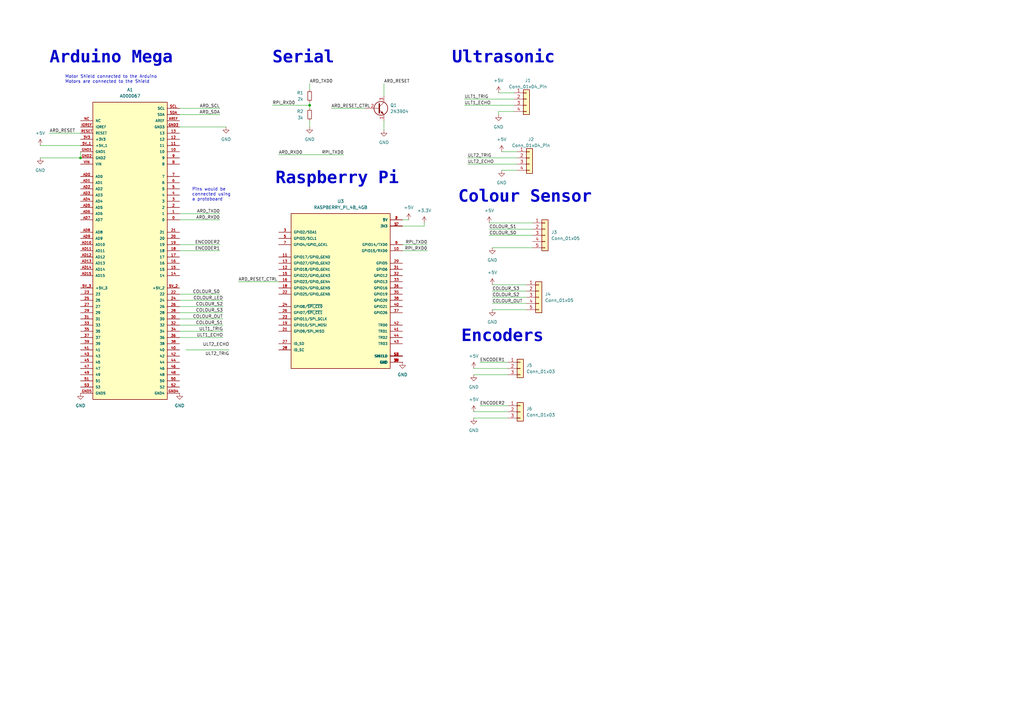
<source format=kicad_sch>
(kicad_sch (version 20230121) (generator eeschema)

  (uuid ddd1a964-230a-4b53-9687-bfd2d11c7220)

  (paper "A3")

  (lib_symbols
    (symbol "Connector_Generic:Conn_01x03" (pin_names (offset 1.016) hide) (in_bom yes) (on_board yes)
      (property "Reference" "J" (at 0 5.08 0)
        (effects (font (size 1.27 1.27)))
      )
      (property "Value" "Conn_01x03" (at 0 -5.08 0)
        (effects (font (size 1.27 1.27)))
      )
      (property "Footprint" "" (at 0 0 0)
        (effects (font (size 1.27 1.27)) hide)
      )
      (property "Datasheet" "~" (at 0 0 0)
        (effects (font (size 1.27 1.27)) hide)
      )
      (property "ki_keywords" "connector" (at 0 0 0)
        (effects (font (size 1.27 1.27)) hide)
      )
      (property "ki_description" "Generic connector, single row, 01x03, script generated (kicad-library-utils/schlib/autogen/connector/)" (at 0 0 0)
        (effects (font (size 1.27 1.27)) hide)
      )
      (property "ki_fp_filters" "Connector*:*_1x??_*" (at 0 0 0)
        (effects (font (size 1.27 1.27)) hide)
      )
      (symbol "Conn_01x03_1_1"
        (rectangle (start -1.27 -2.413) (end 0 -2.667)
          (stroke (width 0.1524) (type default))
          (fill (type none))
        )
        (rectangle (start -1.27 0.127) (end 0 -0.127)
          (stroke (width 0.1524) (type default))
          (fill (type none))
        )
        (rectangle (start -1.27 2.667) (end 0 2.413)
          (stroke (width 0.1524) (type default))
          (fill (type none))
        )
        (rectangle (start -1.27 3.81) (end 1.27 -3.81)
          (stroke (width 0.254) (type default))
          (fill (type background))
        )
        (pin passive line (at -5.08 2.54 0) (length 3.81)
          (name "Pin_1" (effects (font (size 1.27 1.27))))
          (number "1" (effects (font (size 1.27 1.27))))
        )
        (pin passive line (at -5.08 0 0) (length 3.81)
          (name "Pin_2" (effects (font (size 1.27 1.27))))
          (number "2" (effects (font (size 1.27 1.27))))
        )
        (pin passive line (at -5.08 -2.54 0) (length 3.81)
          (name "Pin_3" (effects (font (size 1.27 1.27))))
          (number "3" (effects (font (size 1.27 1.27))))
        )
      )
    )
    (symbol "Connector_Generic:Conn_01x04" (pin_names (offset 1.016) hide) (in_bom yes) (on_board yes)
      (property "Reference" "J" (at 0 5.08 0)
        (effects (font (size 1.27 1.27)))
      )
      (property "Value" "Conn_01x04" (at 0 -7.62 0)
        (effects (font (size 1.27 1.27)))
      )
      (property "Footprint" "" (at 0 0 0)
        (effects (font (size 1.27 1.27)) hide)
      )
      (property "Datasheet" "~" (at 0 0 0)
        (effects (font (size 1.27 1.27)) hide)
      )
      (property "ki_keywords" "connector" (at 0 0 0)
        (effects (font (size 1.27 1.27)) hide)
      )
      (property "ki_description" "Generic connector, single row, 01x04, script generated (kicad-library-utils/schlib/autogen/connector/)" (at 0 0 0)
        (effects (font (size 1.27 1.27)) hide)
      )
      (property "ki_fp_filters" "Connector*:*_1x??_*" (at 0 0 0)
        (effects (font (size 1.27 1.27)) hide)
      )
      (symbol "Conn_01x04_1_1"
        (rectangle (start -1.27 -4.953) (end 0 -5.207)
          (stroke (width 0.1524) (type default))
          (fill (type none))
        )
        (rectangle (start -1.27 -2.413) (end 0 -2.667)
          (stroke (width 0.1524) (type default))
          (fill (type none))
        )
        (rectangle (start -1.27 0.127) (end 0 -0.127)
          (stroke (width 0.1524) (type default))
          (fill (type none))
        )
        (rectangle (start -1.27 2.667) (end 0 2.413)
          (stroke (width 0.1524) (type default))
          (fill (type none))
        )
        (rectangle (start -1.27 3.81) (end 1.27 -6.35)
          (stroke (width 0.254) (type default))
          (fill (type background))
        )
        (pin passive line (at -5.08 2.54 0) (length 3.81)
          (name "Pin_1" (effects (font (size 1.27 1.27))))
          (number "1" (effects (font (size 1.27 1.27))))
        )
        (pin passive line (at -5.08 0 0) (length 3.81)
          (name "Pin_2" (effects (font (size 1.27 1.27))))
          (number "2" (effects (font (size 1.27 1.27))))
        )
        (pin passive line (at -5.08 -2.54 0) (length 3.81)
          (name "Pin_3" (effects (font (size 1.27 1.27))))
          (number "3" (effects (font (size 1.27 1.27))))
        )
        (pin passive line (at -5.08 -5.08 0) (length 3.81)
          (name "Pin_4" (effects (font (size 1.27 1.27))))
          (number "4" (effects (font (size 1.27 1.27))))
        )
      )
    )
    (symbol "Connector_Generic:Conn_01x05" (pin_names (offset 1.016) hide) (in_bom yes) (on_board yes)
      (property "Reference" "J" (at 0 7.62 0)
        (effects (font (size 1.27 1.27)))
      )
      (property "Value" "Conn_01x05" (at 0 -7.62 0)
        (effects (font (size 1.27 1.27)))
      )
      (property "Footprint" "" (at 0 0 0)
        (effects (font (size 1.27 1.27)) hide)
      )
      (property "Datasheet" "~" (at 0 0 0)
        (effects (font (size 1.27 1.27)) hide)
      )
      (property "ki_keywords" "connector" (at 0 0 0)
        (effects (font (size 1.27 1.27)) hide)
      )
      (property "ki_description" "Generic connector, single row, 01x05, script generated (kicad-library-utils/schlib/autogen/connector/)" (at 0 0 0)
        (effects (font (size 1.27 1.27)) hide)
      )
      (property "ki_fp_filters" "Connector*:*_1x??_*" (at 0 0 0)
        (effects (font (size 1.27 1.27)) hide)
      )
      (symbol "Conn_01x05_1_1"
        (rectangle (start -1.27 -4.953) (end 0 -5.207)
          (stroke (width 0.1524) (type default))
          (fill (type none))
        )
        (rectangle (start -1.27 -2.413) (end 0 -2.667)
          (stroke (width 0.1524) (type default))
          (fill (type none))
        )
        (rectangle (start -1.27 0.127) (end 0 -0.127)
          (stroke (width 0.1524) (type default))
          (fill (type none))
        )
        (rectangle (start -1.27 2.667) (end 0 2.413)
          (stroke (width 0.1524) (type default))
          (fill (type none))
        )
        (rectangle (start -1.27 5.207) (end 0 4.953)
          (stroke (width 0.1524) (type default))
          (fill (type none))
        )
        (rectangle (start -1.27 6.35) (end 1.27 -6.35)
          (stroke (width 0.254) (type default))
          (fill (type background))
        )
        (pin passive line (at -5.08 5.08 0) (length 3.81)
          (name "Pin_1" (effects (font (size 1.27 1.27))))
          (number "1" (effects (font (size 1.27 1.27))))
        )
        (pin passive line (at -5.08 2.54 0) (length 3.81)
          (name "Pin_2" (effects (font (size 1.27 1.27))))
          (number "2" (effects (font (size 1.27 1.27))))
        )
        (pin passive line (at -5.08 0 0) (length 3.81)
          (name "Pin_3" (effects (font (size 1.27 1.27))))
          (number "3" (effects (font (size 1.27 1.27))))
        )
        (pin passive line (at -5.08 -2.54 0) (length 3.81)
          (name "Pin_4" (effects (font (size 1.27 1.27))))
          (number "4" (effects (font (size 1.27 1.27))))
        )
        (pin passive line (at -5.08 -5.08 0) (length 3.81)
          (name "Pin_5" (effects (font (size 1.27 1.27))))
          (number "5" (effects (font (size 1.27 1.27))))
        )
      )
    )
    (symbol "Device:R_Small" (pin_numbers hide) (pin_names (offset 0.254) hide) (in_bom yes) (on_board yes)
      (property "Reference" "R" (at 0.762 0.508 0)
        (effects (font (size 1.27 1.27)) (justify left))
      )
      (property "Value" "R_Small" (at 0.762 -1.016 0)
        (effects (font (size 1.27 1.27)) (justify left))
      )
      (property "Footprint" "" (at 0 0 0)
        (effects (font (size 1.27 1.27)) hide)
      )
      (property "Datasheet" "~" (at 0 0 0)
        (effects (font (size 1.27 1.27)) hide)
      )
      (property "ki_keywords" "R resistor" (at 0 0 0)
        (effects (font (size 1.27 1.27)) hide)
      )
      (property "ki_description" "Resistor, small symbol" (at 0 0 0)
        (effects (font (size 1.27 1.27)) hide)
      )
      (property "ki_fp_filters" "R_*" (at 0 0 0)
        (effects (font (size 1.27 1.27)) hide)
      )
      (symbol "R_Small_0_1"
        (rectangle (start -0.762 1.778) (end 0.762 -1.778)
          (stroke (width 0.2032) (type default))
          (fill (type none))
        )
      )
      (symbol "R_Small_1_1"
        (pin passive line (at 0 2.54 270) (length 0.762)
          (name "~" (effects (font (size 1.27 1.27))))
          (number "1" (effects (font (size 1.27 1.27))))
        )
        (pin passive line (at 0 -2.54 90) (length 0.762)
          (name "~" (effects (font (size 1.27 1.27))))
          (number "2" (effects (font (size 1.27 1.27))))
        )
      )
    )
    (symbol "Transistor_BJT:2N3904" (pin_names (offset 0) hide) (in_bom yes) (on_board yes)
      (property "Reference" "Q" (at 5.08 1.905 0)
        (effects (font (size 1.27 1.27)) (justify left))
      )
      (property "Value" "2N3904" (at 5.08 0 0)
        (effects (font (size 1.27 1.27)) (justify left))
      )
      (property "Footprint" "Package_TO_SOT_THT:TO-92_Inline" (at 5.08 -1.905 0)
        (effects (font (size 1.27 1.27) italic) (justify left) hide)
      )
      (property "Datasheet" "https://www.onsemi.com/pub/Collateral/2N3903-D.PDF" (at 0 0 0)
        (effects (font (size 1.27 1.27)) (justify left) hide)
      )
      (property "ki_keywords" "NPN Transistor" (at 0 0 0)
        (effects (font (size 1.27 1.27)) hide)
      )
      (property "ki_description" "0.2A Ic, 40V Vce, Small Signal NPN Transistor, TO-92" (at 0 0 0)
        (effects (font (size 1.27 1.27)) hide)
      )
      (property "ki_fp_filters" "TO?92*" (at 0 0 0)
        (effects (font (size 1.27 1.27)) hide)
      )
      (symbol "2N3904_0_1"
        (polyline
          (pts
            (xy 0.635 0.635)
            (xy 2.54 2.54)
          )
          (stroke (width 0) (type default))
          (fill (type none))
        )
        (polyline
          (pts
            (xy 0.635 -0.635)
            (xy 2.54 -2.54)
            (xy 2.54 -2.54)
          )
          (stroke (width 0) (type default))
          (fill (type none))
        )
        (polyline
          (pts
            (xy 0.635 1.905)
            (xy 0.635 -1.905)
            (xy 0.635 -1.905)
          )
          (stroke (width 0.508) (type default))
          (fill (type none))
        )
        (polyline
          (pts
            (xy 1.27 -1.778)
            (xy 1.778 -1.27)
            (xy 2.286 -2.286)
            (xy 1.27 -1.778)
            (xy 1.27 -1.778)
          )
          (stroke (width 0) (type default))
          (fill (type outline))
        )
        (circle (center 1.27 0) (radius 2.8194)
          (stroke (width 0.254) (type default))
          (fill (type none))
        )
      )
      (symbol "2N3904_1_1"
        (pin passive line (at 2.54 -5.08 90) (length 2.54)
          (name "E" (effects (font (size 1.27 1.27))))
          (number "1" (effects (font (size 1.27 1.27))))
        )
        (pin passive line (at -5.08 0 0) (length 5.715)
          (name "B" (effects (font (size 1.27 1.27))))
          (number "2" (effects (font (size 1.27 1.27))))
        )
        (pin passive line (at 2.54 5.08 270) (length 2.54)
          (name "C" (effects (font (size 1.27 1.27))))
          (number "3" (effects (font (size 1.27 1.27))))
        )
      )
    )
    (symbol "arduino_mega:A000067" (pin_names (offset 1.016)) (in_bom yes) (on_board yes)
      (property "Reference" "A" (at -15.24 61.595 0)
        (effects (font (size 1.27 1.27)) (justify left bottom))
      )
      (property "Value" "A000067" (at -15.24 -63.5 0)
        (effects (font (size 1.27 1.27)) (justify left bottom))
      )
      (property "Footprint" "A000067:ARDUINO_A000067" (at 0 0 0)
        (effects (font (size 1.27 1.27)) (justify bottom) hide)
      )
      (property "Datasheet" "" (at 0 0 0)
        (effects (font (size 1.27 1.27)) hide)
      )
      (property "MF" "Arduino" (at 0 0 0)
        (effects (font (size 1.27 1.27)) (justify bottom) hide)
      )
      (property "SNAPEDA_PACKAGE_ID" "116889" (at 0 0 0)
        (effects (font (size 1.27 1.27)) (justify bottom) hide)
      )
      (property "Package" "Non-Standard Arduino" (at 0 0 0)
        (effects (font (size 1.27 1.27)) (justify bottom) hide)
      )
      (property "Price" "None" (at 0 0 0)
        (effects (font (size 1.27 1.27)) (justify bottom) hide)
      )
      (property "Check_prices" "https://www.snapeda.com/parts/A000067/Arduino/view-part/?ref=eda" (at 0 0 0)
        (effects (font (size 1.27 1.27)) (justify bottom) hide)
      )
      (property "STANDARD" "Manufacturer Recommendations" (at 0 0 0)
        (effects (font (size 1.27 1.27)) (justify bottom) hide)
      )
      (property "PARTREV" "3" (at 0 0 0)
        (effects (font (size 1.27 1.27)) (justify bottom) hide)
      )
      (property "SnapEDA_Link" "https://www.snapeda.com/parts/A000067/Arduino/view-part/?ref=snap" (at 0 0 0)
        (effects (font (size 1.27 1.27)) (justify bottom) hide)
      )
      (property "MP" "A000067" (at 0 0 0)
        (effects (font (size 1.27 1.27)) (justify bottom) hide)
      )
      (property "Description" "\nArduino Mega 2560 Rev3 Microcontroller Board, ATmega2560 | Arduino A000067\n" (at 0 0 0)
        (effects (font (size 1.27 1.27)) (justify bottom) hide)
      )
      (property "Availability" "In Stock" (at 0 0 0)
        (effects (font (size 1.27 1.27)) (justify bottom) hide)
      )
      (property "MANUFACTURER" "Arduino" (at 0 0 0)
        (effects (font (size 1.27 1.27)) (justify bottom) hide)
      )
      (symbol "A000067_0_0"
        (rectangle (start -15.24 -60.96) (end 15.24 60.96)
          (stroke (width 0.254) (type default))
          (fill (type background))
        )
        (pin passive line (at 20.32 12.7 180) (length 5.08)
          (name "0" (effects (font (size 1.016 1.016))))
          (number "0" (effects (font (size 1.016 1.016))))
        )
        (pin passive line (at 20.32 15.24 180) (length 5.08)
          (name "1" (effects (font (size 1.016 1.016))))
          (number "1" (effects (font (size 1.016 1.016))))
        )
        (pin passive line (at 20.32 40.64 180) (length 5.08)
          (name "10" (effects (font (size 1.016 1.016))))
          (number "10" (effects (font (size 1.016 1.016))))
        )
        (pin passive line (at 20.32 43.18 180) (length 5.08)
          (name "11" (effects (font (size 1.016 1.016))))
          (number "11" (effects (font (size 1.016 1.016))))
        )
        (pin passive line (at 20.32 45.72 180) (length 5.08)
          (name "12" (effects (font (size 1.016 1.016))))
          (number "12" (effects (font (size 1.016 1.016))))
        )
        (pin passive line (at 20.32 48.26 180) (length 5.08)
          (name "13" (effects (font (size 1.016 1.016))))
          (number "13" (effects (font (size 1.016 1.016))))
        )
        (pin passive line (at 20.32 -10.16 180) (length 5.08)
          (name "14" (effects (font (size 1.016 1.016))))
          (number "14" (effects (font (size 1.016 1.016))))
        )
        (pin passive line (at 20.32 -7.62 180) (length 5.08)
          (name "15" (effects (font (size 1.016 1.016))))
          (number "15" (effects (font (size 1.016 1.016))))
        )
        (pin passive line (at 20.32 -5.08 180) (length 5.08)
          (name "16" (effects (font (size 1.016 1.016))))
          (number "16" (effects (font (size 1.016 1.016))))
        )
        (pin passive line (at 20.32 -2.54 180) (length 5.08)
          (name "17" (effects (font (size 1.016 1.016))))
          (number "17" (effects (font (size 1.016 1.016))))
        )
        (pin passive line (at 20.32 0 180) (length 5.08)
          (name "18" (effects (font (size 1.016 1.016))))
          (number "18" (effects (font (size 1.016 1.016))))
        )
        (pin passive line (at 20.32 2.54 180) (length 5.08)
          (name "19" (effects (font (size 1.016 1.016))))
          (number "19" (effects (font (size 1.016 1.016))))
        )
        (pin passive line (at 20.32 17.78 180) (length 5.08)
          (name "2" (effects (font (size 1.016 1.016))))
          (number "2" (effects (font (size 1.016 1.016))))
        )
        (pin passive line (at 20.32 5.08 180) (length 5.08)
          (name "20" (effects (font (size 1.016 1.016))))
          (number "20" (effects (font (size 1.016 1.016))))
        )
        (pin passive line (at 20.32 7.62 180) (length 5.08)
          (name "21" (effects (font (size 1.016 1.016))))
          (number "21" (effects (font (size 1.016 1.016))))
        )
        (pin passive line (at 20.32 -17.78 180) (length 5.08)
          (name "22" (effects (font (size 1.016 1.016))))
          (number "22" (effects (font (size 1.016 1.016))))
        )
        (pin passive line (at -20.32 -17.78 0) (length 5.08)
          (name "23" (effects (font (size 1.016 1.016))))
          (number "23" (effects (font (size 1.016 1.016))))
        )
        (pin passive line (at 20.32 -20.32 180) (length 5.08)
          (name "24" (effects (font (size 1.016 1.016))))
          (number "24" (effects (font (size 1.016 1.016))))
        )
        (pin passive line (at -20.32 -20.32 0) (length 5.08)
          (name "25" (effects (font (size 1.016 1.016))))
          (number "25" (effects (font (size 1.016 1.016))))
        )
        (pin passive line (at 20.32 -22.86 180) (length 5.08)
          (name "26" (effects (font (size 1.016 1.016))))
          (number "26" (effects (font (size 1.016 1.016))))
        )
        (pin passive line (at -20.32 -22.86 0) (length 5.08)
          (name "27" (effects (font (size 1.016 1.016))))
          (number "27" (effects (font (size 1.016 1.016))))
        )
        (pin passive line (at 20.32 -25.4 180) (length 5.08)
          (name "28" (effects (font (size 1.016 1.016))))
          (number "28" (effects (font (size 1.016 1.016))))
        )
        (pin passive line (at -20.32 -25.4 0) (length 5.08)
          (name "29" (effects (font (size 1.016 1.016))))
          (number "29" (effects (font (size 1.016 1.016))))
        )
        (pin passive line (at 20.32 20.32 180) (length 5.08)
          (name "3" (effects (font (size 1.016 1.016))))
          (number "3" (effects (font (size 1.016 1.016))))
        )
        (pin passive line (at 20.32 -27.94 180) (length 5.08)
          (name "30" (effects (font (size 1.016 1.016))))
          (number "30" (effects (font (size 1.016 1.016))))
        )
        (pin passive line (at -20.32 -27.94 0) (length 5.08)
          (name "31" (effects (font (size 1.016 1.016))))
          (number "31" (effects (font (size 1.016 1.016))))
        )
        (pin passive line (at 20.32 -30.48 180) (length 5.08)
          (name "32" (effects (font (size 1.016 1.016))))
          (number "32" (effects (font (size 1.016 1.016))))
        )
        (pin passive line (at -20.32 -30.48 0) (length 5.08)
          (name "33" (effects (font (size 1.016 1.016))))
          (number "33" (effects (font (size 1.016 1.016))))
        )
        (pin passive line (at 20.32 -33.02 180) (length 5.08)
          (name "34" (effects (font (size 1.016 1.016))))
          (number "34" (effects (font (size 1.016 1.016))))
        )
        (pin passive line (at -20.32 -33.02 0) (length 5.08)
          (name "35" (effects (font (size 1.016 1.016))))
          (number "35" (effects (font (size 1.016 1.016))))
        )
        (pin passive line (at 20.32 -35.56 180) (length 5.08)
          (name "36" (effects (font (size 1.016 1.016))))
          (number "36" (effects (font (size 1.016 1.016))))
        )
        (pin passive line (at -20.32 -35.56 0) (length 5.08)
          (name "37" (effects (font (size 1.016 1.016))))
          (number "37" (effects (font (size 1.016 1.016))))
        )
        (pin passive line (at 20.32 -38.1 180) (length 5.08)
          (name "38" (effects (font (size 1.016 1.016))))
          (number "38" (effects (font (size 1.016 1.016))))
        )
        (pin passive line (at -20.32 -38.1 0) (length 5.08)
          (name "39" (effects (font (size 1.016 1.016))))
          (number "39" (effects (font (size 1.016 1.016))))
        )
        (pin passive line (at -20.32 45.72 0) (length 5.08)
          (name "+3V3" (effects (font (size 1.016 1.016))))
          (number "3V3" (effects (font (size 1.016 1.016))))
        )
        (pin passive line (at 20.32 22.86 180) (length 5.08)
          (name "4" (effects (font (size 1.016 1.016))))
          (number "4" (effects (font (size 1.016 1.016))))
        )
        (pin passive line (at 20.32 -40.64 180) (length 5.08)
          (name "40" (effects (font (size 1.016 1.016))))
          (number "40" (effects (font (size 1.016 1.016))))
        )
        (pin passive line (at -20.32 -40.64 0) (length 5.08)
          (name "41" (effects (font (size 1.016 1.016))))
          (number "41" (effects (font (size 1.016 1.016))))
        )
        (pin passive line (at 20.32 -43.18 180) (length 5.08)
          (name "42" (effects (font (size 1.016 1.016))))
          (number "42" (effects (font (size 1.016 1.016))))
        )
        (pin passive line (at -20.32 -43.18 0) (length 5.08)
          (name "43" (effects (font (size 1.016 1.016))))
          (number "43" (effects (font (size 1.016 1.016))))
        )
        (pin passive line (at 20.32 -45.72 180) (length 5.08)
          (name "44" (effects (font (size 1.016 1.016))))
          (number "44" (effects (font (size 1.016 1.016))))
        )
        (pin passive line (at -20.32 -45.72 0) (length 5.08)
          (name "45" (effects (font (size 1.016 1.016))))
          (number "45" (effects (font (size 1.016 1.016))))
        )
        (pin passive line (at 20.32 -48.26 180) (length 5.08)
          (name "46" (effects (font (size 1.016 1.016))))
          (number "46" (effects (font (size 1.016 1.016))))
        )
        (pin passive line (at -20.32 -48.26 0) (length 5.08)
          (name "47" (effects (font (size 1.016 1.016))))
          (number "47" (effects (font (size 1.016 1.016))))
        )
        (pin passive line (at 20.32 -50.8 180) (length 5.08)
          (name "48" (effects (font (size 1.016 1.016))))
          (number "48" (effects (font (size 1.016 1.016))))
        )
        (pin passive line (at -20.32 -50.8 0) (length 5.08)
          (name "49" (effects (font (size 1.016 1.016))))
          (number "49" (effects (font (size 1.016 1.016))))
        )
        (pin passive line (at 20.32 25.4 180) (length 5.08)
          (name "5" (effects (font (size 1.016 1.016))))
          (number "5" (effects (font (size 1.016 1.016))))
        )
        (pin passive line (at 20.32 -53.34 180) (length 5.08)
          (name "50" (effects (font (size 1.016 1.016))))
          (number "50" (effects (font (size 1.016 1.016))))
        )
        (pin passive line (at -20.32 -53.34 0) (length 5.08)
          (name "51" (effects (font (size 1.016 1.016))))
          (number "51" (effects (font (size 1.016 1.016))))
        )
        (pin passive line (at 20.32 -55.88 180) (length 5.08)
          (name "52" (effects (font (size 1.016 1.016))))
          (number "52" (effects (font (size 1.016 1.016))))
        )
        (pin passive line (at -20.32 -55.88 0) (length 5.08)
          (name "53" (effects (font (size 1.016 1.016))))
          (number "53" (effects (font (size 1.016 1.016))))
        )
        (pin passive line (at -20.32 43.18 0) (length 5.08)
          (name "+5V_1" (effects (font (size 1.016 1.016))))
          (number "5V_1" (effects (font (size 1.016 1.016))))
        )
        (pin passive line (at 20.32 -15.24 180) (length 5.08)
          (name "+5V_2" (effects (font (size 1.016 1.016))))
          (number "5V_2" (effects (font (size 1.016 1.016))))
        )
        (pin passive line (at -20.32 -15.24 0) (length 5.08)
          (name "+5V_3" (effects (font (size 1.016 1.016))))
          (number "5V_3" (effects (font (size 1.016 1.016))))
        )
        (pin passive line (at 20.32 27.94 180) (length 5.08)
          (name "6" (effects (font (size 1.016 1.016))))
          (number "6" (effects (font (size 1.016 1.016))))
        )
        (pin passive line (at 20.32 30.48 180) (length 5.08)
          (name "7" (effects (font (size 1.016 1.016))))
          (number "7" (effects (font (size 1.016 1.016))))
        )
        (pin passive line (at 20.32 35.56 180) (length 5.08)
          (name "8" (effects (font (size 1.016 1.016))))
          (number "8" (effects (font (size 1.016 1.016))))
        )
        (pin passive line (at 20.32 38.1 180) (length 5.08)
          (name "9" (effects (font (size 1.016 1.016))))
          (number "9" (effects (font (size 1.016 1.016))))
        )
        (pin passive line (at -20.32 30.48 0) (length 5.08)
          (name "AD0" (effects (font (size 1.016 1.016))))
          (number "AD0" (effects (font (size 1.016 1.016))))
        )
        (pin passive line (at -20.32 27.94 0) (length 5.08)
          (name "AD1" (effects (font (size 1.016 1.016))))
          (number "AD1" (effects (font (size 1.016 1.016))))
        )
        (pin passive line (at -20.32 2.54 0) (length 5.08)
          (name "AD10" (effects (font (size 1.016 1.016))))
          (number "AD10" (effects (font (size 1.016 1.016))))
        )
        (pin passive line (at -20.32 0 0) (length 5.08)
          (name "AD11" (effects (font (size 1.016 1.016))))
          (number "AD11" (effects (font (size 1.016 1.016))))
        )
        (pin passive line (at -20.32 -2.54 0) (length 5.08)
          (name "AD12" (effects (font (size 1.016 1.016))))
          (number "AD12" (effects (font (size 1.016 1.016))))
        )
        (pin passive line (at -20.32 -5.08 0) (length 5.08)
          (name "AD13" (effects (font (size 1.016 1.016))))
          (number "AD13" (effects (font (size 1.016 1.016))))
        )
        (pin passive line (at -20.32 -7.62 0) (length 5.08)
          (name "AD14" (effects (font (size 1.016 1.016))))
          (number "AD14" (effects (font (size 1.016 1.016))))
        )
        (pin passive line (at -20.32 -10.16 0) (length 5.08)
          (name "AD15" (effects (font (size 1.016 1.016))))
          (number "AD15" (effects (font (size 1.016 1.016))))
        )
        (pin passive line (at -20.32 25.4 0) (length 5.08)
          (name "AD2" (effects (font (size 1.016 1.016))))
          (number "AD2" (effects (font (size 1.016 1.016))))
        )
        (pin passive line (at -20.32 22.86 0) (length 5.08)
          (name "AD3" (effects (font (size 1.016 1.016))))
          (number "AD3" (effects (font (size 1.016 1.016))))
        )
        (pin passive line (at -20.32 20.32 0) (length 5.08)
          (name "AD4" (effects (font (size 1.016 1.016))))
          (number "AD4" (effects (font (size 1.016 1.016))))
        )
        (pin passive line (at -20.32 17.78 0) (length 5.08)
          (name "AD5" (effects (font (size 1.016 1.016))))
          (number "AD5" (effects (font (size 1.016 1.016))))
        )
        (pin passive line (at -20.32 15.24 0) (length 5.08)
          (name "AD6" (effects (font (size 1.016 1.016))))
          (number "AD6" (effects (font (size 1.016 1.016))))
        )
        (pin passive line (at -20.32 12.7 0) (length 5.08)
          (name "AD7" (effects (font (size 1.016 1.016))))
          (number "AD7" (effects (font (size 1.016 1.016))))
        )
        (pin passive line (at -20.32 7.62 0) (length 5.08)
          (name "AD8" (effects (font (size 1.016 1.016))))
          (number "AD8" (effects (font (size 1.016 1.016))))
        )
        (pin passive line (at -20.32 5.08 0) (length 5.08)
          (name "AD9" (effects (font (size 1.016 1.016))))
          (number "AD9" (effects (font (size 1.016 1.016))))
        )
        (pin passive line (at 20.32 53.34 180) (length 5.08)
          (name "AREF" (effects (font (size 1.016 1.016))))
          (number "AREF" (effects (font (size 1.016 1.016))))
        )
        (pin passive line (at -20.32 40.64 0) (length 5.08)
          (name "GND1" (effects (font (size 1.016 1.016))))
          (number "GND1" (effects (font (size 1.016 1.016))))
        )
        (pin passive line (at -20.32 38.1 0) (length 5.08)
          (name "GND2" (effects (font (size 1.016 1.016))))
          (number "GND2" (effects (font (size 1.016 1.016))))
        )
        (pin passive line (at 20.32 50.8 180) (length 5.08)
          (name "GND3" (effects (font (size 1.016 1.016))))
          (number "GND3" (effects (font (size 1.016 1.016))))
        )
        (pin passive line (at 20.32 -58.42 180) (length 5.08)
          (name "GND4" (effects (font (size 1.016 1.016))))
          (number "GND4" (effects (font (size 1.016 1.016))))
        )
        (pin passive line (at -20.32 -58.42 0) (length 5.08)
          (name "GND5" (effects (font (size 1.016 1.016))))
          (number "GND5" (effects (font (size 1.016 1.016))))
        )
        (pin passive line (at -20.32 50.8 0) (length 5.08)
          (name "IOREF" (effects (font (size 1.016 1.016))))
          (number "IOREF" (effects (font (size 1.016 1.016))))
        )
        (pin passive line (at -20.32 53.34 0) (length 5.08)
          (name "NC" (effects (font (size 1.016 1.016))))
          (number "NC" (effects (font (size 1.016 1.016))))
        )
        (pin passive line (at -20.32 48.26 0) (length 5.08)
          (name "RESET" (effects (font (size 1.016 1.016))))
          (number "RESET" (effects (font (size 1.016 1.016))))
        )
        (pin passive line (at 20.32 58.42 180) (length 5.08)
          (name "SCL" (effects (font (size 1.016 1.016))))
          (number "SCL" (effects (font (size 1.016 1.016))))
        )
        (pin passive line (at 20.32 55.88 180) (length 5.08)
          (name "SDA" (effects (font (size 1.016 1.016))))
          (number "SDA" (effects (font (size 1.016 1.016))))
        )
        (pin passive line (at -20.32 35.56 0) (length 5.08)
          (name "VIN" (effects (font (size 1.016 1.016))))
          (number "VIN" (effects (font (size 1.016 1.016))))
        )
      )
    )
    (symbol "power:+3.3V" (power) (pin_names (offset 0)) (in_bom yes) (on_board yes)
      (property "Reference" "#PWR" (at 0 -3.81 0)
        (effects (font (size 1.27 1.27)) hide)
      )
      (property "Value" "+3.3V" (at 0 3.556 0)
        (effects (font (size 1.27 1.27)))
      )
      (property "Footprint" "" (at 0 0 0)
        (effects (font (size 1.27 1.27)) hide)
      )
      (property "Datasheet" "" (at 0 0 0)
        (effects (font (size 1.27 1.27)) hide)
      )
      (property "ki_keywords" "global power" (at 0 0 0)
        (effects (font (size 1.27 1.27)) hide)
      )
      (property "ki_description" "Power symbol creates a global label with name \"+3.3V\"" (at 0 0 0)
        (effects (font (size 1.27 1.27)) hide)
      )
      (symbol "+3.3V_0_1"
        (polyline
          (pts
            (xy -0.762 1.27)
            (xy 0 2.54)
          )
          (stroke (width 0) (type default))
          (fill (type none))
        )
        (polyline
          (pts
            (xy 0 0)
            (xy 0 2.54)
          )
          (stroke (width 0) (type default))
          (fill (type none))
        )
        (polyline
          (pts
            (xy 0 2.54)
            (xy 0.762 1.27)
          )
          (stroke (width 0) (type default))
          (fill (type none))
        )
      )
      (symbol "+3.3V_1_1"
        (pin power_in line (at 0 0 90) (length 0) hide
          (name "+3.3V" (effects (font (size 1.27 1.27))))
          (number "1" (effects (font (size 1.27 1.27))))
        )
      )
    )
    (symbol "power:+5V" (power) (pin_names (offset 0)) (in_bom yes) (on_board yes)
      (property "Reference" "#PWR" (at 0 -3.81 0)
        (effects (font (size 1.27 1.27)) hide)
      )
      (property "Value" "+5V" (at 0 3.556 0)
        (effects (font (size 1.27 1.27)))
      )
      (property "Footprint" "" (at 0 0 0)
        (effects (font (size 1.27 1.27)) hide)
      )
      (property "Datasheet" "" (at 0 0 0)
        (effects (font (size 1.27 1.27)) hide)
      )
      (property "ki_keywords" "global power" (at 0 0 0)
        (effects (font (size 1.27 1.27)) hide)
      )
      (property "ki_description" "Power symbol creates a global label with name \"+5V\"" (at 0 0 0)
        (effects (font (size 1.27 1.27)) hide)
      )
      (symbol "+5V_0_1"
        (polyline
          (pts
            (xy -0.762 1.27)
            (xy 0 2.54)
          )
          (stroke (width 0) (type default))
          (fill (type none))
        )
        (polyline
          (pts
            (xy 0 0)
            (xy 0 2.54)
          )
          (stroke (width 0) (type default))
          (fill (type none))
        )
        (polyline
          (pts
            (xy 0 2.54)
            (xy 0.762 1.27)
          )
          (stroke (width 0) (type default))
          (fill (type none))
        )
      )
      (symbol "+5V_1_1"
        (pin power_in line (at 0 0 90) (length 0) hide
          (name "+5V" (effects (font (size 1.27 1.27))))
          (number "1" (effects (font (size 1.27 1.27))))
        )
      )
    )
    (symbol "power:GND" (power) (pin_names (offset 0)) (in_bom yes) (on_board yes)
      (property "Reference" "#PWR" (at 0 -6.35 0)
        (effects (font (size 1.27 1.27)) hide)
      )
      (property "Value" "GND" (at 0 -3.81 0)
        (effects (font (size 1.27 1.27)))
      )
      (property "Footprint" "" (at 0 0 0)
        (effects (font (size 1.27 1.27)) hide)
      )
      (property "Datasheet" "" (at 0 0 0)
        (effects (font (size 1.27 1.27)) hide)
      )
      (property "ki_keywords" "global power" (at 0 0 0)
        (effects (font (size 1.27 1.27)) hide)
      )
      (property "ki_description" "Power symbol creates a global label with name \"GND\" , ground" (at 0 0 0)
        (effects (font (size 1.27 1.27)) hide)
      )
      (symbol "GND_0_1"
        (polyline
          (pts
            (xy 0 0)
            (xy 0 -1.27)
            (xy 1.27 -1.27)
            (xy 0 -2.54)
            (xy -1.27 -1.27)
            (xy 0 -1.27)
          )
          (stroke (width 0) (type default))
          (fill (type none))
        )
      )
      (symbol "GND_1_1"
        (pin power_in line (at 0 0 270) (length 0) hide
          (name "GND" (effects (font (size 1.27 1.27))))
          (number "1" (effects (font (size 1.27 1.27))))
        )
      )
    )
    (symbol "raspberry_pi_4:RASPBERRY_PI_4B_4GB" (pin_names (offset 1.016)) (in_bom yes) (on_board yes)
      (property "Reference" "U" (at -20.32 33.528 0)
        (effects (font (size 1.27 1.27)) (justify left bottom))
      )
      (property "Value" "RASPBERRY_PI_4B_4GB" (at -20.32 -33.02 0)
        (effects (font (size 1.27 1.27)) (justify left bottom))
      )
      (property "Footprint" "RASPBERRY_PI_4B_4GB:MODULE_RASPBERRY_PI_4B_4GB" (at 0 0 0)
        (effects (font (size 1.27 1.27)) (justify bottom) hide)
      )
      (property "Datasheet" "" (at 0 0 0)
        (effects (font (size 1.27 1.27)) hide)
      )
      (property "MF" "Raspberry Pi" (at 0 0 0)
        (effects (font (size 1.27 1.27)) (justify bottom) hide)
      )
      (property "MAXIMUM_PACKAGE_HEIGHT" "16 mm" (at 0 0 0)
        (effects (font (size 1.27 1.27)) (justify bottom) hide)
      )
      (property "Package" "None" (at 0 0 0)
        (effects (font (size 1.27 1.27)) (justify bottom) hide)
      )
      (property "Price" "None" (at 0 0 0)
        (effects (font (size 1.27 1.27)) (justify bottom) hide)
      )
      (property "Check_prices" "https://www.snapeda.com/parts/RASPBERRY%20PI%204B/4GB/Raspberry+Pi/view-part/?ref=eda" (at 0 0 0)
        (effects (font (size 1.27 1.27)) (justify bottom) hide)
      )
      (property "STANDARD" "Manufacturer Recommendations" (at 0 0 0)
        (effects (font (size 1.27 1.27)) (justify bottom) hide)
      )
      (property "PARTREV" "4" (at 0 0 0)
        (effects (font (size 1.27 1.27)) (justify bottom) hide)
      )
      (property "SnapEDA_Link" "https://www.snapeda.com/parts/RASPBERRY%20PI%204B/4GB/Raspberry+Pi/view-part/?ref=snap" (at 0 0 0)
        (effects (font (size 1.27 1.27)) (justify bottom) hide)
      )
      (property "MP" "RASPBERRY PI 4B/4GB" (at 0 0 0)
        (effects (font (size 1.27 1.27)) (justify bottom) hide)
      )
      (property "Description" "\nBCM2711 Raspberry Pi 4 Model B 4GB - ARM® Cortex®-A72 MPU Embedded Evaluation Board\n" (at 0 0 0)
        (effects (font (size 1.27 1.27)) (justify bottom) hide)
      )
      (property "MANUFACTURER" "Raspberry Pi" (at 0 0 0)
        (effects (font (size 1.27 1.27)) (justify bottom) hide)
      )
      (property "Availability" "Not in stock" (at 0 0 0)
        (effects (font (size 1.27 1.27)) (justify bottom) hide)
      )
      (property "SNAPEDA_PN" "RASPBERRY PI 4B/4GB" (at 0 0 0)
        (effects (font (size 1.27 1.27)) (justify bottom) hide)
      )
      (symbol "RASPBERRY_PI_4B_4GB_0_0"
        (rectangle (start -20.32 -30.48) (end 20.32 33.02)
          (stroke (width 0.254) (type default))
          (fill (type background))
        )
        (pin power_in line (at 25.4 27.94 180) (length 5.08)
          (name "3V3" (effects (font (size 1.016 1.016))))
          (number "1" (effects (font (size 1.016 1.016))))
        )
        (pin bidirectional line (at 25.4 17.78 180) (length 5.08)
          (name "GPIO15/RXD0" (effects (font (size 1.016 1.016))))
          (number "10" (effects (font (size 1.016 1.016))))
        )
        (pin bidirectional line (at -25.4 15.24 0) (length 5.08)
          (name "GPIO17/GPIO_GEN0" (effects (font (size 1.016 1.016))))
          (number "11" (effects (font (size 1.016 1.016))))
        )
        (pin bidirectional line (at -25.4 10.16 0) (length 5.08)
          (name "GPIO18/GPIO_GEN1" (effects (font (size 1.016 1.016))))
          (number "12" (effects (font (size 1.016 1.016))))
        )
        (pin bidirectional line (at -25.4 12.7 0) (length 5.08)
          (name "GPIO27/GPIO_GEN2" (effects (font (size 1.016 1.016))))
          (number "13" (effects (font (size 1.016 1.016))))
        )
        (pin power_in line (at 25.4 -27.94 180) (length 5.08)
          (name "GND" (effects (font (size 1.016 1.016))))
          (number "14" (effects (font (size 1.016 1.016))))
        )
        (pin bidirectional line (at -25.4 7.62 0) (length 5.08)
          (name "GPIO22/GPIO_GEN3" (effects (font (size 1.016 1.016))))
          (number "15" (effects (font (size 1.016 1.016))))
        )
        (pin bidirectional line (at -25.4 5.08 0) (length 5.08)
          (name "GPIO23/GPIO_GEN4" (effects (font (size 1.016 1.016))))
          (number "16" (effects (font (size 1.016 1.016))))
        )
        (pin power_in line (at 25.4 27.94 180) (length 5.08)
          (name "3V3" (effects (font (size 1.016 1.016))))
          (number "17" (effects (font (size 1.016 1.016))))
        )
        (pin bidirectional line (at -25.4 2.54 0) (length 5.08)
          (name "GPIO24/GPIO_GEN5" (effects (font (size 1.016 1.016))))
          (number "18" (effects (font (size 1.016 1.016))))
        )
        (pin bidirectional line (at -25.4 -12.7 0) (length 5.08)
          (name "GPIO10/SPI_MOSI" (effects (font (size 1.016 1.016))))
          (number "19" (effects (font (size 1.016 1.016))))
        )
        (pin power_in line (at 25.4 30.48 180) (length 5.08)
          (name "5V" (effects (font (size 1.016 1.016))))
          (number "2" (effects (font (size 1.016 1.016))))
        )
        (pin power_in line (at 25.4 -27.94 180) (length 5.08)
          (name "GND" (effects (font (size 1.016 1.016))))
          (number "20" (effects (font (size 1.016 1.016))))
        )
        (pin bidirectional line (at -25.4 -15.24 0) (length 5.08)
          (name "GPIO9/SPI_MISO" (effects (font (size 1.016 1.016))))
          (number "21" (effects (font (size 1.016 1.016))))
        )
        (pin bidirectional line (at -25.4 0 0) (length 5.08)
          (name "GPIO25/GPIO_GEN6" (effects (font (size 1.016 1.016))))
          (number "22" (effects (font (size 1.016 1.016))))
        )
        (pin bidirectional line (at -25.4 -10.16 0) (length 5.08)
          (name "GPIO11/SPI_SCLK" (effects (font (size 1.016 1.016))))
          (number "23" (effects (font (size 1.016 1.016))))
        )
        (pin bidirectional line (at -25.4 -5.08 0) (length 5.08)
          (name "GPIO8/~{SPI_CE0}" (effects (font (size 1.016 1.016))))
          (number "24" (effects (font (size 1.016 1.016))))
        )
        (pin power_in line (at 25.4 -27.94 180) (length 5.08)
          (name "GND" (effects (font (size 1.016 1.016))))
          (number "25" (effects (font (size 1.016 1.016))))
        )
        (pin bidirectional line (at -25.4 -7.62 0) (length 5.08)
          (name "GPIO7/~{SPI_CE1}" (effects (font (size 1.016 1.016))))
          (number "26" (effects (font (size 1.016 1.016))))
        )
        (pin bidirectional line (at -25.4 -20.32 0) (length 5.08)
          (name "ID_SD" (effects (font (size 1.016 1.016))))
          (number "27" (effects (font (size 1.016 1.016))))
        )
        (pin bidirectional line (at -25.4 -22.86 0) (length 5.08)
          (name "ID_SC" (effects (font (size 1.016 1.016))))
          (number "28" (effects (font (size 1.016 1.016))))
        )
        (pin bidirectional line (at 25.4 12.7 180) (length 5.08)
          (name "GPIO5" (effects (font (size 1.016 1.016))))
          (number "29" (effects (font (size 1.016 1.016))))
        )
        (pin bidirectional line (at -25.4 25.4 0) (length 5.08)
          (name "GPIO2/SDA1" (effects (font (size 1.016 1.016))))
          (number "3" (effects (font (size 1.016 1.016))))
        )
        (pin power_in line (at 25.4 -27.94 180) (length 5.08)
          (name "GND" (effects (font (size 1.016 1.016))))
          (number "30" (effects (font (size 1.016 1.016))))
        )
        (pin bidirectional line (at 25.4 10.16 180) (length 5.08)
          (name "GPIO6" (effects (font (size 1.016 1.016))))
          (number "31" (effects (font (size 1.016 1.016))))
        )
        (pin bidirectional line (at 25.4 7.62 180) (length 5.08)
          (name "GPIO12" (effects (font (size 1.016 1.016))))
          (number "32" (effects (font (size 1.016 1.016))))
        )
        (pin bidirectional line (at 25.4 5.08 180) (length 5.08)
          (name "GPIO13" (effects (font (size 1.016 1.016))))
          (number "33" (effects (font (size 1.016 1.016))))
        )
        (pin power_in line (at 25.4 -27.94 180) (length 5.08)
          (name "GND" (effects (font (size 1.016 1.016))))
          (number "34" (effects (font (size 1.016 1.016))))
        )
        (pin bidirectional line (at 25.4 0 180) (length 5.08)
          (name "GPIO19" (effects (font (size 1.016 1.016))))
          (number "35" (effects (font (size 1.016 1.016))))
        )
        (pin bidirectional line (at 25.4 2.54 180) (length 5.08)
          (name "GPIO16" (effects (font (size 1.016 1.016))))
          (number "36" (effects (font (size 1.016 1.016))))
        )
        (pin bidirectional line (at 25.4 -7.62 180) (length 5.08)
          (name "GPIO26" (effects (font (size 1.016 1.016))))
          (number "37" (effects (font (size 1.016 1.016))))
        )
        (pin bidirectional line (at 25.4 -2.54 180) (length 5.08)
          (name "GPIO20" (effects (font (size 1.016 1.016))))
          (number "38" (effects (font (size 1.016 1.016))))
        )
        (pin power_in line (at 25.4 -27.94 180) (length 5.08)
          (name "GND" (effects (font (size 1.016 1.016))))
          (number "39" (effects (font (size 1.016 1.016))))
        )
        (pin power_in line (at 25.4 30.48 180) (length 5.08)
          (name "5V" (effects (font (size 1.016 1.016))))
          (number "4" (effects (font (size 1.016 1.016))))
        )
        (pin bidirectional line (at 25.4 -5.08 180) (length 5.08)
          (name "GPIO21" (effects (font (size 1.016 1.016))))
          (number "40" (effects (font (size 1.016 1.016))))
        )
        (pin bidirectional line (at 25.4 -15.24 180) (length 5.08)
          (name "TR01" (effects (font (size 1.016 1.016))))
          (number "41" (effects (font (size 1.016 1.016))))
        )
        (pin bidirectional line (at 25.4 -12.7 180) (length 5.08)
          (name "TR00" (effects (font (size 1.016 1.016))))
          (number "42" (effects (font (size 1.016 1.016))))
        )
        (pin bidirectional line (at 25.4 -20.32 180) (length 5.08)
          (name "TR03" (effects (font (size 1.016 1.016))))
          (number "43" (effects (font (size 1.016 1.016))))
        )
        (pin bidirectional line (at 25.4 -17.78 180) (length 5.08)
          (name "TR02" (effects (font (size 1.016 1.016))))
          (number "44" (effects (font (size 1.016 1.016))))
        )
        (pin bidirectional line (at -25.4 22.86 0) (length 5.08)
          (name "GPIO3/SCL1" (effects (font (size 1.016 1.016))))
          (number "5" (effects (font (size 1.016 1.016))))
        )
        (pin power_in line (at 25.4 -27.94 180) (length 5.08)
          (name "GND" (effects (font (size 1.016 1.016))))
          (number "6" (effects (font (size 1.016 1.016))))
        )
        (pin bidirectional line (at -25.4 20.32 0) (length 5.08)
          (name "GPIO4/GPIO_GCKL" (effects (font (size 1.016 1.016))))
          (number "7" (effects (font (size 1.016 1.016))))
        )
        (pin bidirectional line (at 25.4 20.32 180) (length 5.08)
          (name "GPIO14/TXD0" (effects (font (size 1.016 1.016))))
          (number "8" (effects (font (size 1.016 1.016))))
        )
        (pin power_in line (at 25.4 -27.94 180) (length 5.08)
          (name "GND" (effects (font (size 1.016 1.016))))
          (number "9" (effects (font (size 1.016 1.016))))
        )
        (pin power_in line (at 25.4 -25.4 180) (length 5.08)
          (name "SHIELD" (effects (font (size 1.016 1.016))))
          (number "S1" (effects (font (size 1.016 1.016))))
        )
        (pin power_in line (at 25.4 -25.4 180) (length 5.08)
          (name "SHIELD" (effects (font (size 1.016 1.016))))
          (number "S2" (effects (font (size 1.016 1.016))))
        )
        (pin power_in line (at 25.4 -25.4 180) (length 5.08)
          (name "SHIELD" (effects (font (size 1.016 1.016))))
          (number "S3" (effects (font (size 1.016 1.016))))
        )
        (pin power_in line (at 25.4 -25.4 180) (length 5.08)
          (name "SHIELD" (effects (font (size 1.016 1.016))))
          (number "S4" (effects (font (size 1.016 1.016))))
        )
      )
    )
  )

  (junction (at 33.02 64.77) (diameter 0) (color 0 0 0 0)
    (uuid 3d0171d5-3bf5-439a-b655-c110826d6094)
  )
  (junction (at 127 43.18) (diameter 0) (color 0 0 0 0)
    (uuid 513d1d5f-9216-4023-9dc7-c6bfb63081f8)
  )

  (bus_entry (at 101.6 370.84) (size 2.54 2.54)
    (stroke (width 0) (type default))
    (uuid 45005a53-9b95-4e17-bd8d-deba1b9a3f12)
  )
  (bus_entry (at 455.93 543.56) (size 2.54 2.54)
    (stroke (width 0) (type default))
    (uuid b0db67dd-4a58-4c0d-aec9-84c32dd36d56)
  )
  (bus_entry (at 430.53 436.88) (size 2.54 2.54)
    (stroke (width 0) (type default))
    (uuid efde404e-f129-471e-bff8-2c72fa980793)
  )

  (wire (pts (xy 91.44 135.89) (xy 73.66 135.89))
    (stroke (width 0) (type default))
    (uuid 04c53341-a09c-4e9a-a436-4a5fbc2caee5)
  )
  (wire (pts (xy 175.26 102.87) (xy 165.1 102.87))
    (stroke (width 0) (type default))
    (uuid 0c8d634a-2318-45f1-a79e-ce8743b4790b)
  )
  (wire (pts (xy 201.93 127) (xy 215.9 127))
    (stroke (width 0) (type default))
    (uuid 137a22bd-4106-4c1d-b8d4-110c643cb2b6)
  )
  (wire (pts (xy 200.66 93.98) (xy 218.44 93.98))
    (stroke (width 0) (type default))
    (uuid 18ed9852-5011-4e36-a776-fcf5ceb9748b)
  )
  (wire (pts (xy 91.44 130.81) (xy 73.66 130.81))
    (stroke (width 0) (type default))
    (uuid 1e71f8da-8e20-4b7e-b6e5-ebab12067ffc)
  )
  (wire (pts (xy 205.74 69.85) (xy 212.09 69.85))
    (stroke (width 0) (type default))
    (uuid 28980252-6b64-449a-ba82-412494e8e253)
  )
  (wire (pts (xy 135.89 44.45) (xy 149.86 44.45))
    (stroke (width 0) (type default))
    (uuid 293df5d0-0627-40b0-a36c-196feb18a627)
  )
  (wire (pts (xy 127 43.18) (xy 127 44.45))
    (stroke (width 0) (type default))
    (uuid 2fcbb15b-4083-44d7-8827-7386493acc80)
  )
  (wire (pts (xy 91.44 123.19) (xy 73.66 123.19))
    (stroke (width 0) (type default))
    (uuid 31c1281e-060e-49ae-9b9f-1f3e36bd18ba)
  )
  (wire (pts (xy 91.44 128.27) (xy 73.66 128.27))
    (stroke (width 0) (type default))
    (uuid 35881d2e-30f0-4891-a263-a57390b9cc3a)
  )
  (wire (pts (xy 205.74 62.23) (xy 212.09 62.23))
    (stroke (width 0) (type default))
    (uuid 3757515e-5720-4ab2-9517-3bc6c8d08751)
  )
  (wire (pts (xy 173.99 91.44) (xy 173.99 92.71))
    (stroke (width 0) (type default))
    (uuid 38ea6aeb-bd83-44e6-a1f8-0da6b3b2ba0c)
  )
  (wire (pts (xy 91.44 125.73) (xy 73.66 125.73))
    (stroke (width 0) (type default))
    (uuid 39f666c5-b8b9-4253-a83a-62c6b57917c2)
  )
  (wire (pts (xy 201.93 116.84) (xy 215.9 116.84))
    (stroke (width 0) (type default))
    (uuid 3db64d0d-5e88-4243-8bca-9446ea66edc6)
  )
  (wire (pts (xy 90.17 90.17) (xy 73.66 90.17))
    (stroke (width 0) (type default))
    (uuid 42681662-e123-42d2-9fbd-67af8a54f43f)
  )
  (wire (pts (xy 90.17 44.45) (xy 73.66 44.45))
    (stroke (width 0) (type default))
    (uuid 42fb8666-de7a-4c6d-aa83-7340c9f33c84)
  )
  (wire (pts (xy 196.85 148.59) (xy 208.28 148.59))
    (stroke (width 0) (type default))
    (uuid 4876c878-937b-4d95-bcf3-ad81c92af780)
  )
  (wire (pts (xy 157.48 34.29) (xy 157.48 39.37))
    (stroke (width 0) (type default))
    (uuid 4e50a117-c05a-41d1-93fc-e80b8302131e)
  )
  (wire (pts (xy 90.17 100.33) (xy 73.66 100.33))
    (stroke (width 0) (type default))
    (uuid 508f153d-627d-4fe4-9a32-46353da53330)
  )
  (wire (pts (xy 167.64 90.17) (xy 165.1 90.17))
    (stroke (width 0) (type default))
    (uuid 516a032e-f9a3-4d60-80ce-200a7de6026f)
  )
  (wire (pts (xy 201.93 101.6) (xy 218.44 101.6))
    (stroke (width 0) (type default))
    (uuid 54256f08-741f-4022-9afa-0b226f315247)
  )
  (wire (pts (xy 93.98 143.51) (xy 76.2 143.51))
    (stroke (width 0) (type default))
    (uuid 5bf06edb-f6a4-4939-b717-1500eaea4a33)
  )
  (wire (pts (xy 175.26 100.33) (xy 165.1 100.33))
    (stroke (width 0) (type default))
    (uuid 5e4eafb8-5901-4f8b-957a-39f22146567f)
  )
  (wire (pts (xy 140.97 63.5) (xy 114.3 63.5))
    (stroke (width 0) (type default))
    (uuid 6159c328-0143-4f6d-8596-d8a096f4f982)
  )
  (wire (pts (xy 204.47 38.1) (xy 210.82 38.1))
    (stroke (width 0) (type default))
    (uuid 6733f457-6a4f-4d0d-bd44-43cb7d8a12a4)
  )
  (wire (pts (xy 20.32 54.61) (xy 33.02 54.61))
    (stroke (width 0) (type default))
    (uuid 6965a3a8-7524-4561-b0f8-85602ec8f23b)
  )
  (wire (pts (xy 191.77 64.77) (xy 212.09 64.77))
    (stroke (width 0) (type default))
    (uuid 6fbd6c7f-ae79-4fc4-bb18-1196b6b7a54b)
  )
  (wire (pts (xy 127 36.83) (xy 127 34.29))
    (stroke (width 0) (type default))
    (uuid 80f8765c-d94b-4238-ac22-3916e630c5dc)
  )
  (wire (pts (xy 127 49.53) (xy 127 52.07))
    (stroke (width 0) (type default))
    (uuid 81d2a8f0-cff0-4460-add0-20d077778a0e)
  )
  (wire (pts (xy 173.99 92.71) (xy 165.1 92.71))
    (stroke (width 0) (type default))
    (uuid 838ffb56-5d71-4e5e-aba6-b909058e2b6b)
  )
  (wire (pts (xy 204.47 45.72) (xy 210.82 45.72))
    (stroke (width 0) (type default))
    (uuid 85084bba-4f5f-4ee7-8c13-9e2880ceba33)
  )
  (wire (pts (xy 201.93 124.46) (xy 215.9 124.46))
    (stroke (width 0) (type default))
    (uuid 8983ffb1-d2d2-47c4-8346-b3628b75752d)
  )
  (wire (pts (xy 200.66 96.52) (xy 218.44 96.52))
    (stroke (width 0) (type default))
    (uuid 8b3b752e-cbac-40ae-a3ff-29fae0b35bc4)
  )
  (wire (pts (xy 194.31 153.67) (xy 208.28 153.67))
    (stroke (width 0) (type default))
    (uuid 911c6b5f-3ea4-4659-a0af-d8ffd1f25d7d)
  )
  (wire (pts (xy 191.77 67.31) (xy 212.09 67.31))
    (stroke (width 0) (type default))
    (uuid 91c27605-9cd4-40d8-b356-33476857649f)
  )
  (wire (pts (xy 190.5 43.18) (xy 210.82 43.18))
    (stroke (width 0) (type default))
    (uuid 9206028a-64ff-4273-b0d8-530689f8ddbf)
  )
  (wire (pts (xy 194.31 151.13) (xy 208.28 151.13))
    (stroke (width 0) (type default))
    (uuid 9d4f198d-f2a5-4ca4-88eb-f7cdd7618174)
  )
  (wire (pts (xy 73.66 52.07) (xy 92.71 52.07))
    (stroke (width 0) (type default))
    (uuid 9ddcae16-a8db-475b-8bda-cb645597458e)
  )
  (wire (pts (xy 91.44 133.35) (xy 73.66 133.35))
    (stroke (width 0) (type default))
    (uuid 9ebed1bd-2c6a-4767-9f32-103e38c73168)
  )
  (wire (pts (xy 196.85 166.37) (xy 208.28 166.37))
    (stroke (width 0) (type default))
    (uuid a0230da0-5742-48ed-869f-d264260f69b9)
  )
  (wire (pts (xy 90.17 120.65) (xy 73.66 120.65))
    (stroke (width 0) (type default))
    (uuid a59368bb-f473-4eca-840d-4f2ca32c16d4)
  )
  (wire (pts (xy 201.93 121.92) (xy 215.9 121.92))
    (stroke (width 0) (type default))
    (uuid a9951864-5231-4b70-b870-ac27f456bd38)
  )
  (wire (pts (xy 127 41.91) (xy 127 43.18))
    (stroke (width 0) (type default))
    (uuid af0a77e9-3fa2-477b-b072-78eb053e500a)
  )
  (wire (pts (xy 16.51 59.69) (xy 33.02 59.69))
    (stroke (width 0) (type default))
    (uuid af309995-bdc4-4f9c-90ca-136890a00ff2)
  )
  (wire (pts (xy 97.79 115.57) (xy 114.3 115.57))
    (stroke (width 0) (type default))
    (uuid af59d718-f381-4b85-9360-871dd9f32b9b)
  )
  (wire (pts (xy 90.17 46.99) (xy 73.66 46.99))
    (stroke (width 0) (type default))
    (uuid b3534414-693e-480f-bcc9-afc799618753)
  )
  (wire (pts (xy 157.48 53.34) (xy 157.48 49.53))
    (stroke (width 0) (type default))
    (uuid b4367060-af07-4719-b976-25c84af2f3ee)
  )
  (wire (pts (xy 90.17 102.87) (xy 73.66 102.87))
    (stroke (width 0) (type default))
    (uuid b7e3fb21-25f3-4b47-a701-c98f0fa10c91)
  )
  (wire (pts (xy 194.31 168.91) (xy 208.28 168.91))
    (stroke (width 0) (type default))
    (uuid be119a8f-c7c7-4a30-86ea-57d2bbd4dcd9)
  )
  (wire (pts (xy 190.5 40.64) (xy 210.82 40.64))
    (stroke (width 0) (type default))
    (uuid bff71f9c-c54f-4900-8bea-3651d1698305)
  )
  (wire (pts (xy 194.31 171.45) (xy 208.28 171.45))
    (stroke (width 0) (type default))
    (uuid c3dd6e83-e505-4949-b544-90363cc3dea4)
  )
  (wire (pts (xy 111.76 43.18) (xy 127 43.18))
    (stroke (width 0) (type default))
    (uuid cd950fce-22ed-4b93-abc4-e5d0c3438fdb)
  )
  (wire (pts (xy 204.47 46.99) (xy 204.47 45.72))
    (stroke (width 0) (type default))
    (uuid cdcf7c00-53d8-4e4a-b5d1-d19c23f41f26)
  )
  (wire (pts (xy 91.44 138.43) (xy 73.66 138.43))
    (stroke (width 0) (type default))
    (uuid d19286f3-bbbb-401a-a20a-be12857b8698)
  )
  (wire (pts (xy 201.93 119.38) (xy 215.9 119.38))
    (stroke (width 0) (type default))
    (uuid d4d56b40-3562-4659-9b8f-5dbb80f1fca3)
  )
  (wire (pts (xy 200.66 91.44) (xy 218.44 91.44))
    (stroke (width 0) (type default))
    (uuid de50986f-2259-4f8c-9b7b-53af0210df32)
  )
  (wire (pts (xy 16.51 64.77) (xy 33.02 64.77))
    (stroke (width 0) (type default))
    (uuid ef3c308b-01b7-478e-a1cc-31d27ead8aca)
  )
  (wire (pts (xy 33.02 62.23) (xy 33.02 64.77))
    (stroke (width 0) (type default))
    (uuid f140dc2d-0f77-48f2-a2f3-0b75f2f8536c)
  )
  (wire (pts (xy 90.17 87.63) (xy 73.66 87.63))
    (stroke (width 0) (type default))
    (uuid f2bd9483-4ea7-4fe2-8493-25c5eab26ae7)
  )

  (text "Colour Sensor" (at 187.96 85.09 0)
    (effects (font (face "Consolas") (size 5 5) bold) (justify left bottom))
    (uuid 2fd6f63f-cf2f-4257-8035-5a20285a73fd)
  )
  (text "Raspberry Pi" (at 113.03 77.47 0)
    (effects (font (face "Consolas") (size 5 5) bold) (justify left bottom))
    (uuid 31da6da2-cba7-411b-ab16-11c4aceb2b9c)
  )
  (text "Pins would be\nconnected using\na protoboard\n" (at 78.74 82.55 0)
    (effects (font (size 1.27 1.27)) (justify left bottom))
    (uuid 322252fd-b091-404a-bc46-156ae66eebf0)
  )
  (text "Encoders" (at 189.23 142.24 0)
    (effects (font (face "Consolas") (size 5 5) bold) (justify left bottom))
    (uuid 3ae3292f-2251-4fb4-9be3-b7ca2b742bd9)
  )
  (text "Serial" (at 111.76 27.94 0)
    (effects (font (face "Consolas") (size 5 5) bold) (justify left bottom))
    (uuid 4336100f-fa4b-4924-8625-801c1e2f4952)
  )
  (text "Motor Shield connected to the Arduino\nMotors are connected to the Shield"
    (at 26.67 34.29 0)
    (effects (font (size 1.27 1.27)) (justify left bottom))
    (uuid aba5f4af-b080-447b-8fbc-8f37a07e521e)
  )
  (text "Ultrasonic\n" (at 185.42 27.94 0)
    (effects (font (face "Consolas") (size 5 5) bold) (justify left bottom))
    (uuid b65092f8-b69d-443e-940a-aea8fcf24783)
  )
  (text "Arduino Mega" (at 20.32 27.94 0)
    (effects (font (face "Consolas") (size 5 5) bold) (justify left bottom))
    (uuid cb80dddf-9744-4e3f-bd5d-cb28206a79d4)
  )

  (label "COLOUR_OUT" (at 201.93 124.46 0) (fields_autoplaced)
    (effects (font (size 1.27 1.27)) (justify left bottom))
    (uuid 09764d36-276a-4bef-a225-8c1eac7377c2)
  )
  (label "COLOUR_S1" (at 91.44 133.35 180) (fields_autoplaced)
    (effects (font (size 1.27 1.27)) (justify right bottom))
    (uuid 0ec98b67-ff7f-4753-81f4-3b2688fb149d)
  )
  (label "RPI_RXD0" (at 175.26 102.87 180) (fields_autoplaced)
    (effects (font (size 1.27 1.27)) (justify right bottom))
    (uuid 17383720-3cea-445d-ae7a-ad22ea4f1222)
  )
  (label "COLOUR_OUT" (at 91.44 130.81 180) (fields_autoplaced)
    (effects (font (size 1.27 1.27)) (justify right bottom))
    (uuid 19a47e7d-f6cc-4b71-8d1c-ff7f661c6f11)
  )
  (label "ARD_RESET" (at 20.32 54.61 0) (fields_autoplaced)
    (effects (font (size 1.27 1.27)) (justify left bottom))
    (uuid 2e97cd9c-8796-4493-b84c-e4f5ec608d83)
  )
  (label "ULT2_ECHO" (at 191.77 67.31 0) (fields_autoplaced)
    (effects (font (size 1.27 1.27)) (justify left bottom))
    (uuid 4f737038-195d-47b9-82d6-6cdcc9002c62)
  )
  (label "COLOUR_S3" (at 91.44 128.27 180) (fields_autoplaced)
    (effects (font (size 1.27 1.27)) (justify right bottom))
    (uuid 54a0de08-5879-452c-baf1-922773aab1cd)
  )
  (label "COLOUR_S1" (at 200.66 93.98 0) (fields_autoplaced)
    (effects (font (size 1.27 1.27)) (justify left bottom))
    (uuid 5645f8e1-079a-4158-a829-2a8be51d63c8)
  )
  (label "ULT2_TRIG" (at 191.77 64.77 0) (fields_autoplaced)
    (effects (font (size 1.27 1.27)) (justify left bottom))
    (uuid 60e8eb5c-35e6-44e8-b7e4-e0e2d480b43b)
  )
  (label "ULT1_ECHO" (at 91.44 138.43 180) (fields_autoplaced)
    (effects (font (size 1.27 1.27)) (justify right bottom))
    (uuid 63847ee5-dec6-46bf-8ffc-3203f176f016)
  )
  (label "RPI_RXD0" (at 111.76 43.18 0) (fields_autoplaced)
    (effects (font (size 1.27 1.27)) (justify left bottom))
    (uuid 669c7a9f-e269-457f-a79a-bddd3a873498)
  )
  (label "ENCODER2" (at 90.17 100.33 180) (fields_autoplaced)
    (effects (font (size 1.27 1.27)) (justify right bottom))
    (uuid 6bb31720-bc7f-49e8-bdcd-4199645f9c9a)
  )
  (label "ARD_SCL" (at 90.17 44.45 180) (fields_autoplaced)
    (effects (font (size 1.27 1.27)) (justify right bottom))
    (uuid 6eeed7c2-3912-4631-816e-74bf00234d37)
  )
  (label "COLOUR_S0" (at 90.17 120.65 180) (fields_autoplaced)
    (effects (font (size 1.27 1.27)) (justify right bottom))
    (uuid 73fec7bf-5148-4456-9225-fc8947306044)
  )
  (label "COLOUR_LED" (at 91.44 123.19 180) (fields_autoplaced)
    (effects (font (size 1.27 1.27)) (justify right bottom))
    (uuid 74634133-f8b7-43fe-9fcb-1c3bc051a8eb)
  )
  (label "ULT1_TRIG" (at 190.5 40.64 0) (fields_autoplaced)
    (effects (font (size 1.27 1.27)) (justify left bottom))
    (uuid 75444c8a-51e6-49de-86c7-978037086446)
  )
  (label "COLOUR_S3" (at 201.93 119.38 0) (fields_autoplaced)
    (effects (font (size 1.27 1.27)) (justify left bottom))
    (uuid 7aff835e-e742-4331-9665-4696f4cc8593)
  )
  (label "ARD_RESET_CTRL" (at 135.89 44.45 0) (fields_autoplaced)
    (effects (font (size 1.27 1.27)) (justify left bottom))
    (uuid 81709738-85bb-4490-82d5-eee14ec1bc0d)
  )
  (label "ULT2_ECHO" (at 93.98 142.24 180) (fields_autoplaced)
    (effects (font (size 1.27 1.27)) (justify right bottom))
    (uuid 87343c1f-97c0-480a-b173-804a327109f1)
  )
  (label "ENCODER1" (at 90.17 102.87 180) (fields_autoplaced)
    (effects (font (size 1.27 1.27)) (justify right bottom))
    (uuid 8fd41933-3c4d-4beb-b118-368736720d03)
  )
  (label "ARD_TXD0" (at 127 34.29 0) (fields_autoplaced)
    (effects (font (size 1.27 1.27)) (justify left bottom))
    (uuid a27f36a3-529e-4ef8-aa81-6e140fa886a1)
  )
  (label "ARD_RXD0" (at 90.17 90.17 180) (fields_autoplaced)
    (effects (font (size 1.27 1.27)) (justify right bottom))
    (uuid a54d0cbc-b965-4831-9b8c-797230c07185)
  )
  (label "ENCODER2" (at 196.85 166.37 0) (fields_autoplaced)
    (effects (font (size 1.27 1.27)) (justify left bottom))
    (uuid a7198d27-faeb-46aa-a07d-54c5a0c40b6b)
  )
  (label "RPI_TXD0" (at 175.26 100.33 180) (fields_autoplaced)
    (effects (font (size 1.27 1.27)) (justify right bottom))
    (uuid ae599e22-392b-47f7-b9fd-5f03546741ae)
  )
  (label "COLOUR_S2" (at 201.93 121.92 0) (fields_autoplaced)
    (effects (font (size 1.27 1.27)) (justify left bottom))
    (uuid b4ea43ad-e32b-4a44-a30e-f0f219fb8fa6)
  )
  (label "ARD_SDA" (at 90.17 46.99 180) (fields_autoplaced)
    (effects (font (size 1.27 1.27)) (justify right bottom))
    (uuid b6a5fc0f-037f-4216-8307-2a0a782a4deb)
  )
  (label "COLOUR_S0" (at 200.66 96.52 0) (fields_autoplaced)
    (effects (font (size 1.27 1.27)) (justify left bottom))
    (uuid bba3a807-541b-43bb-adc4-ffc5f6f7291d)
  )
  (label "COLOUR_S2" (at 91.44 125.73 180) (fields_autoplaced)
    (effects (font (size 1.27 1.27)) (justify right bottom))
    (uuid c2431a50-a1d8-43ab-bd9c-6c280b08cfa8)
  )
  (label "ARD_TXD0" (at 90.17 87.63 180) (fields_autoplaced)
    (effects (font (size 1.27 1.27)) (justify right bottom))
    (uuid c4901c1d-619d-4324-aa02-78dc0412d0e1)
  )
  (label "ULT2_TRIG" (at 93.98 146.05 180) (fields_autoplaced)
    (effects (font (size 1.27 1.27)) (justify right bottom))
    (uuid cb94be8b-8862-4408-acde-1f20c92bf9e0)
  )
  (label "ARD_RESET_CTRL" (at 97.79 115.57 0) (fields_autoplaced)
    (effects (font (size 1.27 1.27)) (justify left bottom))
    (uuid cd7aaaf0-5e3e-4e85-a410-958827309da7)
  )
  (label "RPI_TXD0" (at 140.97 63.5 180) (fields_autoplaced)
    (effects (font (size 1.27 1.27)) (justify right bottom))
    (uuid cfa90413-5f88-410c-8df0-edf69bbe2b92)
  )
  (label "ULT1_ECHO" (at 190.5 43.18 0) (fields_autoplaced)
    (effects (font (size 1.27 1.27)) (justify left bottom))
    (uuid d4aabaa4-12c1-46cf-aec6-527ade16c0fb)
  )
  (label "ULT1_TRIG" (at 91.44 135.89 180) (fields_autoplaced)
    (effects (font (size 1.27 1.27)) (justify right bottom))
    (uuid e14d43c2-e8d2-4c2d-831f-e4ba0ceef60b)
  )
  (label "ARD_RXD0" (at 114.3 63.5 0) (fields_autoplaced)
    (effects (font (size 1.27 1.27)) (justify left bottom))
    (uuid e817b2d9-030f-4253-9fe3-a9630335d83f)
  )
  (label "ARD_RESET" (at 157.48 34.29 0) (fields_autoplaced)
    (effects (font (size 1.27 1.27)) (justify left bottom))
    (uuid ec07cc34-ba8b-4eae-a21b-1098123db283)
  )
  (label "ENCODER1" (at 196.85 148.59 0) (fields_autoplaced)
    (effects (font (size 1.27 1.27)) (justify left bottom))
    (uuid f11e998c-8935-43f4-9d68-16df1ceb52be)
  )

  (symbol (lib_id "power:+5V") (at 204.47 38.1 0) (unit 1)
    (in_bom yes) (on_board yes) (dnp no) (fields_autoplaced)
    (uuid 086d1f62-35a6-4fa7-83a9-a2b269a6cfaf)
    (property "Reference" "#PWR07" (at 204.47 41.91 0)
      (effects (font (size 1.27 1.27)) hide)
    )
    (property "Value" "+5V" (at 204.47 33.02 0)
      (effects (font (size 1.27 1.27)))
    )
    (property "Footprint" "" (at 204.47 38.1 0)
      (effects (font (size 1.27 1.27)) hide)
    )
    (property "Datasheet" "" (at 204.47 38.1 0)
      (effects (font (size 1.27 1.27)) hide)
    )
    (pin "1" (uuid 10dcdd35-03dc-4ebe-8ee4-b73c5f08cf1b))
    (instances
      (project "cg2111a_robot"
        (path "/ddd1a964-230a-4b53-9687-bfd2d11c7220"
          (reference "#PWR07") (unit 1)
        )
      )
    )
  )

  (symbol (lib_id "power:+5V") (at 201.93 116.84 0) (unit 1)
    (in_bom yes) (on_board yes) (dnp no) (fields_autoplaced)
    (uuid 10e5c895-d808-419e-84f4-b1120e8bc21b)
    (property "Reference" "#PWR011" (at 201.93 120.65 0)
      (effects (font (size 1.27 1.27)) hide)
    )
    (property "Value" "+5V" (at 201.93 111.76 0)
      (effects (font (size 1.27 1.27)))
    )
    (property "Footprint" "" (at 201.93 116.84 0)
      (effects (font (size 1.27 1.27)) hide)
    )
    (property "Datasheet" "" (at 201.93 116.84 0)
      (effects (font (size 1.27 1.27)) hide)
    )
    (pin "1" (uuid c33a799a-0176-49e7-bfb3-f8ee67d8c875))
    (instances
      (project "cg2111a_robot"
        (path "/ddd1a964-230a-4b53-9687-bfd2d11c7220"
          (reference "#PWR011") (unit 1)
        )
      )
    )
  )

  (symbol (lib_id "power:GND") (at 157.48 53.34 0) (unit 1)
    (in_bom yes) (on_board yes) (dnp no) (fields_autoplaced)
    (uuid 2a0e5e5c-57d0-4532-9d3c-782df92241d6)
    (property "Reference" "#PWR09" (at 157.48 59.69 0)
      (effects (font (size 1.27 1.27)) hide)
    )
    (property "Value" "GND" (at 157.48 58.42 0)
      (effects (font (size 1.27 1.27)))
    )
    (property "Footprint" "" (at 157.48 53.34 0)
      (effects (font (size 1.27 1.27)) hide)
    )
    (property "Datasheet" "" (at 157.48 53.34 0)
      (effects (font (size 1.27 1.27)) hide)
    )
    (pin "1" (uuid 6de35fcc-2e5d-48cf-84b4-6a21dc3ea876))
    (instances
      (project "cg2111a_robot"
        (path "/ddd1a964-230a-4b53-9687-bfd2d11c7220"
          (reference "#PWR09") (unit 1)
        )
      )
    )
  )

  (symbol (lib_id "Connector_Generic:Conn_01x05") (at 220.98 121.92 0) (unit 1)
    (in_bom yes) (on_board yes) (dnp no)
    (uuid 2a17e3a0-202e-4a60-ada8-bab4511a4021)
    (property "Reference" "J4" (at 223.52 120.65 0)
      (effects (font (size 1.27 1.27)) (justify left))
    )
    (property "Value" "Conn_01x05" (at 223.52 123.19 0)
      (effects (font (size 1.27 1.27)) (justify left))
    )
    (property "Footprint" "" (at 220.98 121.92 0)
      (effects (font (size 1.27 1.27)) hide)
    )
    (property "Datasheet" "~" (at 220.98 121.92 0)
      (effects (font (size 1.27 1.27)) hide)
    )
    (pin "1" (uuid 25a0c095-6697-4e69-b970-292a396ab776))
    (pin "2" (uuid 9521fcee-524f-4b41-af3e-4ef4265a3aa5))
    (pin "3" (uuid f738472d-952c-47e2-8570-883a4420d3bb))
    (pin "4" (uuid 504c1121-b672-4df1-8504-7dd77e9ff61f))
    (pin "5" (uuid dfd202f0-c791-4bde-a305-06efc828eff3))
    (instances
      (project "cg2111a_robot"
        (path "/ddd1a964-230a-4b53-9687-bfd2d11c7220"
          (reference "J4") (unit 1)
        )
      )
    )
  )

  (symbol (lib_id "Device:R_Small") (at 127 39.37 0) (mirror y) (unit 1)
    (in_bom yes) (on_board yes) (dnp no) (fields_autoplaced)
    (uuid 3da64af2-ccb2-4afb-bd32-029ca022a874)
    (property "Reference" "R1" (at 124.46 38.1 0)
      (effects (font (size 1.27 1.27)) (justify left))
    )
    (property "Value" "2k" (at 124.46 40.64 0)
      (effects (font (size 1.27 1.27)) (justify left))
    )
    (property "Footprint" "Resistor_SMD:R_0805_2012Metric" (at 127 39.37 0)
      (effects (font (size 1.27 1.27)) hide)
    )
    (property "Datasheet" "~" (at 127 39.37 0)
      (effects (font (size 1.27 1.27)) hide)
    )
    (pin "1" (uuid defd2bbe-df27-4d0c-b19b-eed9f65130af))
    (pin "2" (uuid b51ff329-a3e0-46d3-8be7-6e1e8f0ec5a6))
    (instances
      (project "cg2111a_robot"
        (path "/ddd1a964-230a-4b53-9687-bfd2d11c7220"
          (reference "R1") (unit 1)
        )
      )
    )
  )

  (symbol (lib_id "power:GND") (at 165.1 148.59 0) (unit 1)
    (in_bom yes) (on_board yes) (dnp no) (fields_autoplaced)
    (uuid 3e1304fa-e225-4c3d-8bc9-e1c76c9e6c97)
    (property "Reference" "#PWR03" (at 165.1 154.94 0)
      (effects (font (size 1.27 1.27)) hide)
    )
    (property "Value" "GND" (at 165.1 153.67 0)
      (effects (font (size 1.27 1.27)))
    )
    (property "Footprint" "" (at 165.1 148.59 0)
      (effects (font (size 1.27 1.27)) hide)
    )
    (property "Datasheet" "" (at 165.1 148.59 0)
      (effects (font (size 1.27 1.27)) hide)
    )
    (pin "1" (uuid 7dddea0f-46c8-4c80-9f5e-7970e43be462))
    (instances
      (project "cg2111a_robot"
        (path "/ddd1a964-230a-4b53-9687-bfd2d11c7220"
          (reference "#PWR03") (unit 1)
        )
      )
    )
  )

  (symbol (lib_id "power:GND") (at 201.93 101.6 0) (unit 1)
    (in_bom yes) (on_board yes) (dnp no) (fields_autoplaced)
    (uuid 4525139b-0b4c-4396-92d2-e4599a3b1f11)
    (property "Reference" "#PWR013" (at 201.93 107.95 0)
      (effects (font (size 1.27 1.27)) hide)
    )
    (property "Value" "GND" (at 201.93 106.68 0)
      (effects (font (size 1.27 1.27)))
    )
    (property "Footprint" "" (at 201.93 101.6 0)
      (effects (font (size 1.27 1.27)) hide)
    )
    (property "Datasheet" "" (at 201.93 101.6 0)
      (effects (font (size 1.27 1.27)) hide)
    )
    (pin "1" (uuid 65141164-8470-444d-bcc0-b264a6956992))
    (instances
      (project "cg2111a_robot"
        (path "/ddd1a964-230a-4b53-9687-bfd2d11c7220"
          (reference "#PWR013") (unit 1)
        )
      )
    )
  )

  (symbol (lib_id "power:+5V") (at 205.74 62.23 0) (unit 1)
    (in_bom yes) (on_board yes) (dnp no) (fields_autoplaced)
    (uuid 45fd4560-6809-4bb9-9192-689683cfd424)
    (property "Reference" "#PWR06" (at 205.74 66.04 0)
      (effects (font (size 1.27 1.27)) hide)
    )
    (property "Value" "+5V" (at 205.74 57.15 0)
      (effects (font (size 1.27 1.27)))
    )
    (property "Footprint" "" (at 205.74 62.23 0)
      (effects (font (size 1.27 1.27)) hide)
    )
    (property "Datasheet" "" (at 205.74 62.23 0)
      (effects (font (size 1.27 1.27)) hide)
    )
    (pin "1" (uuid 2530d211-9c64-4286-957f-ac4c619fbcc3))
    (instances
      (project "cg2111a_robot"
        (path "/ddd1a964-230a-4b53-9687-bfd2d11c7220"
          (reference "#PWR06") (unit 1)
        )
      )
    )
  )

  (symbol (lib_id "power:GND") (at 92.71 52.07 0) (unit 1)
    (in_bom yes) (on_board yes) (dnp no) (fields_autoplaced)
    (uuid 4a27528a-bb3d-4148-b8db-934e3e179c79)
    (property "Reference" "#PWR022" (at 92.71 58.42 0)
      (effects (font (size 1.27 1.27)) hide)
    )
    (property "Value" "GND" (at 92.71 57.15 0)
      (effects (font (size 1.27 1.27)))
    )
    (property "Footprint" "" (at 92.71 52.07 0)
      (effects (font (size 1.27 1.27)) hide)
    )
    (property "Datasheet" "" (at 92.71 52.07 0)
      (effects (font (size 1.27 1.27)) hide)
    )
    (pin "1" (uuid 4d30b6c5-6d41-4986-a90e-c261ee95ef30))
    (instances
      (project "cg2111a_robot"
        (path "/ddd1a964-230a-4b53-9687-bfd2d11c7220"
          (reference "#PWR022") (unit 1)
        )
      )
    )
  )

  (symbol (lib_id "power:+5V") (at 16.51 59.69 0) (unit 1)
    (in_bom yes) (on_board yes) (dnp no) (fields_autoplaced)
    (uuid 4c9aecdf-719c-4332-a020-f181fb363d22)
    (property "Reference" "#PWR08" (at 16.51 63.5 0)
      (effects (font (size 1.27 1.27)) hide)
    )
    (property "Value" "+5V" (at 16.51 54.61 0)
      (effects (font (size 1.27 1.27)))
    )
    (property "Footprint" "" (at 16.51 59.69 0)
      (effects (font (size 1.27 1.27)) hide)
    )
    (property "Datasheet" "" (at 16.51 59.69 0)
      (effects (font (size 1.27 1.27)) hide)
    )
    (pin "1" (uuid a69979b7-fd40-451f-9c74-c98383d95266))
    (instances
      (project "cg2111a_robot"
        (path "/ddd1a964-230a-4b53-9687-bfd2d11c7220"
          (reference "#PWR08") (unit 1)
        )
      )
    )
  )

  (symbol (lib_id "power:GND") (at 204.47 46.99 0) (unit 1)
    (in_bom yes) (on_board yes) (dnp no) (fields_autoplaced)
    (uuid 4fa67642-bf9c-4cdc-974c-590d5d89816b)
    (property "Reference" "#PWR05" (at 204.47 53.34 0)
      (effects (font (size 1.27 1.27)) hide)
    )
    (property "Value" "GND" (at 204.47 52.07 0)
      (effects (font (size 1.27 1.27)))
    )
    (property "Footprint" "" (at 204.47 46.99 0)
      (effects (font (size 1.27 1.27)) hide)
    )
    (property "Datasheet" "" (at 204.47 46.99 0)
      (effects (font (size 1.27 1.27)) hide)
    )
    (pin "1" (uuid d8caa549-639d-45a2-acda-b0be1bc505a0))
    (instances
      (project "cg2111a_robot"
        (path "/ddd1a964-230a-4b53-9687-bfd2d11c7220"
          (reference "#PWR05") (unit 1)
        )
      )
    )
  )

  (symbol (lib_id "power:GND") (at 194.31 171.45 0) (unit 1)
    (in_bom yes) (on_board yes) (dnp no) (fields_autoplaced)
    (uuid 596e52a7-cd4c-4285-ad16-2410dd6d67f5)
    (property "Reference" "#PWR017" (at 194.31 177.8 0)
      (effects (font (size 1.27 1.27)) hide)
    )
    (property "Value" "GND" (at 194.31 176.53 0)
      (effects (font (size 1.27 1.27)))
    )
    (property "Footprint" "" (at 194.31 171.45 0)
      (effects (font (size 1.27 1.27)) hide)
    )
    (property "Datasheet" "" (at 194.31 171.45 0)
      (effects (font (size 1.27 1.27)) hide)
    )
    (pin "1" (uuid e58d54f6-7af6-4da4-9add-909de168ac25))
    (instances
      (project "cg2111a_robot"
        (path "/ddd1a964-230a-4b53-9687-bfd2d11c7220"
          (reference "#PWR017") (unit 1)
        )
      )
    )
  )

  (symbol (lib_id "power:GND") (at 205.74 69.85 0) (unit 1)
    (in_bom yes) (on_board yes) (dnp no) (fields_autoplaced)
    (uuid 5c3bb809-40a8-42f1-a8e5-5d0e1ccad6ef)
    (property "Reference" "#PWR02" (at 205.74 76.2 0)
      (effects (font (size 1.27 1.27)) hide)
    )
    (property "Value" "GND" (at 205.74 74.93 0)
      (effects (font (size 1.27 1.27)))
    )
    (property "Footprint" "" (at 205.74 69.85 0)
      (effects (font (size 1.27 1.27)) hide)
    )
    (property "Datasheet" "" (at 205.74 69.85 0)
      (effects (font (size 1.27 1.27)) hide)
    )
    (pin "1" (uuid a0968bd8-df06-47b0-a599-a9452d4c56c7))
    (instances
      (project "cg2111a_robot"
        (path "/ddd1a964-230a-4b53-9687-bfd2d11c7220"
          (reference "#PWR02") (unit 1)
        )
      )
    )
  )

  (symbol (lib_id "power:+3.3V") (at 173.99 91.44 0) (unit 1)
    (in_bom yes) (on_board yes) (dnp no)
    (uuid 60de71f1-05a1-4547-ac36-db03a12ec186)
    (property "Reference" "#PWR01" (at 173.99 95.25 0)
      (effects (font (size 1.27 1.27)) hide)
    )
    (property "Value" "+3.3V" (at 173.99 86.36 0)
      (effects (font (size 1.27 1.27)))
    )
    (property "Footprint" "" (at 173.99 91.44 0)
      (effects (font (size 1.27 1.27)) hide)
    )
    (property "Datasheet" "" (at 173.99 91.44 0)
      (effects (font (size 1.27 1.27)) hide)
    )
    (pin "1" (uuid e42c1d2d-983b-4de8-89b5-7cd50e32015b))
    (instances
      (project "cg2111a_robot"
        (path "/ddd1a964-230a-4b53-9687-bfd2d11c7220"
          (reference "#PWR01") (unit 1)
        )
      )
    )
  )

  (symbol (lib_id "power:GND") (at 16.51 64.77 0) (unit 1)
    (in_bom yes) (on_board yes) (dnp no) (fields_autoplaced)
    (uuid 68bc4f48-be01-41b1-81cc-8852b1563a1d)
    (property "Reference" "#PWR019" (at 16.51 71.12 0)
      (effects (font (size 1.27 1.27)) hide)
    )
    (property "Value" "GND" (at 16.51 69.85 0)
      (effects (font (size 1.27 1.27)))
    )
    (property "Footprint" "" (at 16.51 64.77 0)
      (effects (font (size 1.27 1.27)) hide)
    )
    (property "Datasheet" "" (at 16.51 64.77 0)
      (effects (font (size 1.27 1.27)) hide)
    )
    (pin "1" (uuid b603e70e-91e4-4d23-aedb-c4357fc51ffb))
    (instances
      (project "cg2111a_robot"
        (path "/ddd1a964-230a-4b53-9687-bfd2d11c7220"
          (reference "#PWR019") (unit 1)
        )
      )
    )
  )

  (symbol (lib_id "Connector_Generic:Conn_01x04") (at 217.17 64.77 0) (unit 1)
    (in_bom yes) (on_board yes) (dnp no)
    (uuid 68e280e9-0891-4ec4-9c15-6f4a54af9e94)
    (property "Reference" "J2" (at 217.805 57.15 0)
      (effects (font (size 1.27 1.27)))
    )
    (property "Value" "Conn_01x04_Pin" (at 217.805 59.69 0)
      (effects (font (size 1.27 1.27)))
    )
    (property "Footprint" "" (at 217.17 64.77 0)
      (effects (font (size 1.27 1.27)) hide)
    )
    (property "Datasheet" "~" (at 217.17 64.77 0)
      (effects (font (size 1.27 1.27)) hide)
    )
    (pin "1" (uuid 6c9f5819-3ed4-43cb-b036-356559ce7b4d))
    (pin "2" (uuid 468f591c-383f-400b-9b2f-6ac2424c3fbc))
    (pin "3" (uuid 300f6562-7e5a-45ab-89c3-06338167d1d8))
    (pin "4" (uuid 26003335-8e2d-48d3-b2cd-4b7dc56b098c))
    (instances
      (project "cg2111a_robot"
        (path "/ddd1a964-230a-4b53-9687-bfd2d11c7220"
          (reference "J2") (unit 1)
        )
      )
    )
  )

  (symbol (lib_id "power:GND") (at 127 52.07 0) (mirror y) (unit 1)
    (in_bom yes) (on_board yes) (dnp no) (fields_autoplaced)
    (uuid 6c30bee7-9323-48a9-9b96-411c5a3d5f79)
    (property "Reference" "#PWR04" (at 127 58.42 0)
      (effects (font (size 1.27 1.27)) hide)
    )
    (property "Value" "GND" (at 127 57.15 0)
      (effects (font (size 1.27 1.27)))
    )
    (property "Footprint" "" (at 127 52.07 0)
      (effects (font (size 1.27 1.27)) hide)
    )
    (property "Datasheet" "" (at 127 52.07 0)
      (effects (font (size 1.27 1.27)) hide)
    )
    (pin "1" (uuid d9159a65-f55a-4b0e-b02e-8479b506bea3))
    (instances
      (project "cg2111a_robot"
        (path "/ddd1a964-230a-4b53-9687-bfd2d11c7220"
          (reference "#PWR04") (unit 1)
        )
      )
    )
  )

  (symbol (lib_id "Connector_Generic:Conn_01x04") (at 215.9 40.64 0) (unit 1)
    (in_bom yes) (on_board yes) (dnp no)
    (uuid 6caa438e-60cd-42c8-9d47-6e9068cc39bf)
    (property "Reference" "J1" (at 216.535 33.02 0)
      (effects (font (size 1.27 1.27)))
    )
    (property "Value" "Conn_01x04_Pin" (at 216.535 35.56 0)
      (effects (font (size 1.27 1.27)))
    )
    (property "Footprint" "" (at 215.9 40.64 0)
      (effects (font (size 1.27 1.27)) hide)
    )
    (property "Datasheet" "~" (at 215.9 40.64 0)
      (effects (font (size 1.27 1.27)) hide)
    )
    (pin "1" (uuid 8a4847c1-e5d3-443b-96aa-bf1d47ffcf7e))
    (pin "2" (uuid 69cbe3f1-161c-4c21-af02-1e1e059ec6d5))
    (pin "3" (uuid fe9dd1c7-6345-4b60-8cbc-44999bd7ac98))
    (pin "4" (uuid c6d49292-72f4-415b-b54a-9a2cbea5a1b0))
    (instances
      (project "cg2111a_robot"
        (path "/ddd1a964-230a-4b53-9687-bfd2d11c7220"
          (reference "J1") (unit 1)
        )
      )
    )
  )

  (symbol (lib_id "power:+5V") (at 194.31 168.91 0) (unit 1)
    (in_bom yes) (on_board yes) (dnp no) (fields_autoplaced)
    (uuid 6e609b31-5ef3-4721-94ac-579722720aaf)
    (property "Reference" "#PWR016" (at 194.31 172.72 0)
      (effects (font (size 1.27 1.27)) hide)
    )
    (property "Value" "+5V" (at 194.31 163.83 0)
      (effects (font (size 1.27 1.27)))
    )
    (property "Footprint" "" (at 194.31 168.91 0)
      (effects (font (size 1.27 1.27)) hide)
    )
    (property "Datasheet" "" (at 194.31 168.91 0)
      (effects (font (size 1.27 1.27)) hide)
    )
    (pin "1" (uuid b4545ed3-36e0-437f-a84a-add8fcbf216a))
    (instances
      (project "cg2111a_robot"
        (path "/ddd1a964-230a-4b53-9687-bfd2d11c7220"
          (reference "#PWR016") (unit 1)
        )
      )
    )
  )

  (symbol (lib_id "Connector_Generic:Conn_01x05") (at 223.52 96.52 0) (unit 1)
    (in_bom yes) (on_board yes) (dnp no) (fields_autoplaced)
    (uuid 737e96d9-8b0b-4948-90d4-e548ca989bda)
    (property "Reference" "J3" (at 226.06 95.25 0)
      (effects (font (size 1.27 1.27)) (justify left))
    )
    (property "Value" "Conn_01x05" (at 226.06 97.79 0)
      (effects (font (size 1.27 1.27)) (justify left))
    )
    (property "Footprint" "" (at 223.52 96.52 0)
      (effects (font (size 1.27 1.27)) hide)
    )
    (property "Datasheet" "~" (at 223.52 96.52 0)
      (effects (font (size 1.27 1.27)) hide)
    )
    (pin "1" (uuid 7ad1ade4-087f-4491-93ac-263b6a23559f))
    (pin "2" (uuid b737743e-7c2b-4efa-bd1c-82dfff870b28))
    (pin "3" (uuid 3cb4eb2f-f659-4f00-a86d-2278250cc23f))
    (pin "4" (uuid 5652b750-4051-47b2-8b76-5d6d67752f0a))
    (pin "5" (uuid daeb8176-fc8a-4b30-abe4-844048d8a153))
    (instances
      (project "cg2111a_robot"
        (path "/ddd1a964-230a-4b53-9687-bfd2d11c7220"
          (reference "J3") (unit 1)
        )
      )
    )
  )

  (symbol (lib_id "power:GND") (at 73.66 161.29 0) (unit 1)
    (in_bom yes) (on_board yes) (dnp no) (fields_autoplaced)
    (uuid 7f6dc6d1-50f6-4801-af6e-c98c4fccf1d6)
    (property "Reference" "#PWR021" (at 73.66 167.64 0)
      (effects (font (size 1.27 1.27)) hide)
    )
    (property "Value" "GND" (at 73.66 166.37 0)
      (effects (font (size 1.27 1.27)))
    )
    (property "Footprint" "" (at 73.66 161.29 0)
      (effects (font (size 1.27 1.27)) hide)
    )
    (property "Datasheet" "" (at 73.66 161.29 0)
      (effects (font (size 1.27 1.27)) hide)
    )
    (pin "1" (uuid 5cabbfe9-f13c-4b5a-82c4-5abf87d26a82))
    (instances
      (project "cg2111a_robot"
        (path "/ddd1a964-230a-4b53-9687-bfd2d11c7220"
          (reference "#PWR021") (unit 1)
        )
      )
    )
  )

  (symbol (lib_id "power:GND") (at 201.93 127 0) (unit 1)
    (in_bom yes) (on_board yes) (dnp no) (fields_autoplaced)
    (uuid 7f9638fe-2398-425c-8fc7-2f7bfc00fde8)
    (property "Reference" "#PWR010" (at 201.93 133.35 0)
      (effects (font (size 1.27 1.27)) hide)
    )
    (property "Value" "GND" (at 201.93 132.08 0)
      (effects (font (size 1.27 1.27)))
    )
    (property "Footprint" "" (at 201.93 127 0)
      (effects (font (size 1.27 1.27)) hide)
    )
    (property "Datasheet" "" (at 201.93 127 0)
      (effects (font (size 1.27 1.27)) hide)
    )
    (pin "1" (uuid a5658209-0052-4476-95bb-04e9ebb25355))
    (instances
      (project "cg2111a_robot"
        (path "/ddd1a964-230a-4b53-9687-bfd2d11c7220"
          (reference "#PWR010") (unit 1)
        )
      )
    )
  )

  (symbol (lib_id "raspberry_pi_4:RASPBERRY_PI_4B_4GB") (at 139.7 120.65 0) (unit 1)
    (in_bom yes) (on_board yes) (dnp no) (fields_autoplaced)
    (uuid 8733951f-325c-453f-a2d9-a2b6b0748c54)
    (property "Reference" "U3" (at 139.7 82.55 0)
      (effects (font (size 1.27 1.27)))
    )
    (property "Value" "RASPBERRY_PI_4B_4GB" (at 139.7 85.09 0)
      (effects (font (size 1.27 1.27)))
    )
    (property "Footprint" "project:MODULE_RASPBERRY_PI_4B_4GB" (at 139.7 120.65 0)
      (effects (font (size 1.27 1.27)) (justify bottom) hide)
    )
    (property "Datasheet" "" (at 139.7 120.65 0)
      (effects (font (size 1.27 1.27)) hide)
    )
    (property "MF" "Raspberry Pi" (at 139.7 120.65 0)
      (effects (font (size 1.27 1.27)) (justify bottom) hide)
    )
    (property "MAXIMUM_PACKAGE_HEIGHT" "16 mm" (at 139.7 120.65 0)
      (effects (font (size 1.27 1.27)) (justify bottom) hide)
    )
    (property "Package" "None" (at 139.7 120.65 0)
      (effects (font (size 1.27 1.27)) (justify bottom) hide)
    )
    (property "Price" "None" (at 139.7 120.65 0)
      (effects (font (size 1.27 1.27)) (justify bottom) hide)
    )
    (property "Check_prices" "https://www.snapeda.com/parts/RASPBERRY%20PI%204B/4GB/Raspberry+Pi/view-part/?ref=eda" (at 139.7 120.65 0)
      (effects (font (size 1.27 1.27)) (justify bottom) hide)
    )
    (property "STANDARD" "Manufacturer Recommendations" (at 139.7 120.65 0)
      (effects (font (size 1.27 1.27)) (justify bottom) hide)
    )
    (property "PARTREV" "4" (at 139.7 120.65 0)
      (effects (font (size 1.27 1.27)) (justify bottom) hide)
    )
    (property "SnapEDA_Link" "https://www.snapeda.com/parts/RASPBERRY%20PI%204B/4GB/Raspberry+Pi/view-part/?ref=snap" (at 139.7 120.65 0)
      (effects (font (size 1.27 1.27)) (justify bottom) hide)
    )
    (property "MP" "RASPBERRY PI 4B/4GB" (at 139.7 120.65 0)
      (effects (font (size 1.27 1.27)) (justify bottom) hide)
    )
    (property "Description" "\nBCM2711 Raspberry Pi 4 Model B 4GB - ARM® Cortex®-A72 MPU Embedded Evaluation Board\n" (at 139.7 120.65 0)
      (effects (font (size 1.27 1.27)) (justify bottom) hide)
    )
    (property "MANUFACTURER" "Raspberry Pi" (at 139.7 120.65 0)
      (effects (font (size 1.27 1.27)) (justify bottom) hide)
    )
    (property "Availability" "Not in stock" (at 139.7 120.65 0)
      (effects (font (size 1.27 1.27)) (justify bottom) hide)
    )
    (property "SNAPEDA_PN" "RASPBERRY PI 4B/4GB" (at 139.7 120.65 0)
      (effects (font (size 1.27 1.27)) (justify bottom) hide)
    )
    (pin "1" (uuid fb482958-3e94-4861-8077-3017260eb128))
    (pin "10" (uuid a6fae25b-3342-4fd0-9038-b8450735eedc))
    (pin "11" (uuid ef84c0f1-c83e-4dff-b911-69e64f0515f0))
    (pin "12" (uuid 59862687-26d5-4b65-a64e-5a15ccb0ea5c))
    (pin "13" (uuid 2d6927c7-b526-4dde-8057-e8c8324fd2c5))
    (pin "14" (uuid e6abbd52-2df7-4e86-9012-0c431842be17))
    (pin "15" (uuid 50bd8449-db70-40da-af08-9421dcbd1f99))
    (pin "16" (uuid c400aeec-d6c9-453e-8899-e87ee85ed875))
    (pin "17" (uuid 4af0d43c-79f7-46db-8f2b-2f8318f4eacf))
    (pin "18" (uuid a0a41183-7eec-4ba9-b470-b4f1fa9d7a2a))
    (pin "19" (uuid 7648c79f-1e02-49fd-bf80-78992cce2da1))
    (pin "2" (uuid f1b4f251-3d08-4fbf-8868-c0d25dd2e8ae))
    (pin "20" (uuid af2ea551-e8eb-4188-926c-c1464081ed8d))
    (pin "21" (uuid 7f400751-2c97-4511-a218-abcc595faf43))
    (pin "22" (uuid cafe98f4-ab49-451a-9632-2feb29b4ef5d))
    (pin "23" (uuid 5c50942e-fdd9-4bcd-a7bd-8ce747576e66))
    (pin "24" (uuid c6d59f1e-cede-4b4a-b5ad-d4a899a39380))
    (pin "25" (uuid 4ed42975-0e97-4a77-949d-d3a0bdebcd92))
    (pin "26" (uuid 1596eb78-bd83-4794-8b14-4f86ff9d398a))
    (pin "27" (uuid fe50d784-8399-4157-a291-560495ca5be7))
    (pin "28" (uuid 3ac747ad-63e6-46bd-856d-ab164301286d))
    (pin "29" (uuid 6dc6b5a2-daaf-4b7e-8f2a-cb3143cf86e7))
    (pin "3" (uuid 09d80c66-cb88-4999-81c8-5211be1a5299))
    (pin "30" (uuid 4cc4ccfc-400c-4804-9f70-1f92af5d1774))
    (pin "31" (uuid 6546e510-9712-4eba-be2b-f1041225106f))
    (pin "32" (uuid 09f6daec-c623-4b9d-b8c5-0d8036b4ee16))
    (pin "33" (uuid 564d78ba-a816-4e96-b63b-c8980ed0c7f0))
    (pin "34" (uuid 781558a0-c4b0-40c9-91a1-18cb21be1c7e))
    (pin "35" (uuid 3cff30cd-b76f-4b8f-892c-6c4ef2fd646f))
    (pin "36" (uuid d88cd08b-a584-4e41-8362-9fdbb559b091))
    (pin "37" (uuid 34277848-5fd2-4308-b657-4541db414383))
    (pin "38" (uuid 994c0108-988f-420b-968a-83b76dee18f9))
    (pin "39" (uuid 5197cebd-043f-4824-a63a-68000a8a73f9))
    (pin "4" (uuid 31b74db8-e9e9-44f1-b6ea-704fbac3b6ed))
    (pin "40" (uuid a7df130e-70c6-4311-8371-b98822ca6878))
    (pin "41" (uuid d5cee0c0-c2b7-43d2-93b8-3026a896da5c))
    (pin "42" (uuid c3a4e457-ec73-4852-a1e5-ce875a87249b))
    (pin "43" (uuid 7c15781c-c32e-4254-b1bc-55a809563a8a))
    (pin "44" (uuid eada600e-7d5e-410e-91f5-6f6bc80e892e))
    (pin "5" (uuid 68cd2827-e353-4cf7-bee8-51f28c911dc2))
    (pin "6" (uuid d0a99f18-95c3-47e4-80fb-9db3024093df))
    (pin "7" (uuid e17ea767-470c-4386-a1eb-cde3ccfcc8f4))
    (pin "8" (uuid c294a065-a90a-4d72-bec2-f46cb800aa9d))
    (pin "9" (uuid 5e725c88-b535-40f2-90de-dcf42f1e2ef6))
    (pin "S1" (uuid 28e6a53a-7cfc-4f9c-92d8-1bce12acc20e))
    (pin "S2" (uuid e344d8be-e714-47f8-b62b-f3abf9526624))
    (pin "S3" (uuid b4090d85-36ae-42a9-922b-65e92b4a8309))
    (pin "S4" (uuid 67194484-0b14-48bf-87de-4863d73435e1))
    (instances
      (project "cg2111a_robot"
        (path "/ddd1a964-230a-4b53-9687-bfd2d11c7220"
          (reference "U3") (unit 1)
        )
      )
    )
  )

  (symbol (lib_id "arduino_mega:A000067") (at 53.34 102.87 0) (unit 1)
    (in_bom yes) (on_board yes) (dnp no) (fields_autoplaced)
    (uuid 8c0120d2-9f5b-43fd-b348-e1f441f9b619)
    (property "Reference" "A1" (at 53.34 36.83 0)
      (effects (font (size 1.27 1.27)))
    )
    (property "Value" "A000067" (at 53.34 39.37 0)
      (effects (font (size 1.27 1.27)))
    )
    (property "Footprint" "project:ARDUINO_A000067" (at 53.34 102.87 0)
      (effects (font (size 1.27 1.27)) (justify bottom) hide)
    )
    (property "Datasheet" "" (at 53.34 102.87 0)
      (effects (font (size 1.27 1.27)) hide)
    )
    (property "MF" "Arduino" (at 53.34 102.87 0)
      (effects (font (size 1.27 1.27)) (justify bottom) hide)
    )
    (property "SNAPEDA_PACKAGE_ID" "116889" (at 53.34 102.87 0)
      (effects (font (size 1.27 1.27)) (justify bottom) hide)
    )
    (property "Package" "Non-Standard Arduino" (at 53.34 102.87 0)
      (effects (font (size 1.27 1.27)) (justify bottom) hide)
    )
    (property "Price" "None" (at 53.34 102.87 0)
      (effects (font (size 1.27 1.27)) (justify bottom) hide)
    )
    (property "Check_prices" "https://www.snapeda.com/parts/A000067/Arduino/view-part/?ref=eda" (at 53.34 102.87 0)
      (effects (font (size 1.27 1.27)) (justify bottom) hide)
    )
    (property "STANDARD" "Manufacturer Recommendations" (at 53.34 102.87 0)
      (effects (font (size 1.27 1.27)) (justify bottom) hide)
    )
    (property "PARTREV" "3" (at 53.34 102.87 0)
      (effects (font (size 1.27 1.27)) (justify bottom) hide)
    )
    (property "SnapEDA_Link" "https://www.snapeda.com/parts/A000067/Arduino/view-part/?ref=snap" (at 53.34 102.87 0)
      (effects (font (size 1.27 1.27)) (justify bottom) hide)
    )
    (property "MP" "A000067" (at 53.34 102.87 0)
      (effects (font (size 1.27 1.27)) (justify bottom) hide)
    )
    (property "Description" "\nArduino Mega 2560 Rev3 Microcontroller Board, ATmega2560 | Arduino A000067\n" (at 53.34 102.87 0)
      (effects (font (size 1.27 1.27)) (justify bottom) hide)
    )
    (property "Availability" "In Stock" (at 53.34 102.87 0)
      (effects (font (size 1.27 1.27)) (justify bottom) hide)
    )
    (property "MANUFACTURER" "Arduino" (at 53.34 102.87 0)
      (effects (font (size 1.27 1.27)) (justify bottom) hide)
    )
    (pin "0" (uuid 59ecd85d-7eba-474e-84cf-b33be91657c3))
    (pin "1" (uuid ac3287f2-cfb8-4fa0-bc1f-39dfbde0ebf7))
    (pin "10" (uuid 7c613d09-0166-48f4-8363-d52f1f7ad81c))
    (pin "11" (uuid 50c260cf-78b3-456d-9579-7b8740ccfdf5))
    (pin "12" (uuid ff73649c-cdf6-4af0-b988-267c5772f0e4))
    (pin "13" (uuid 10374011-9082-433a-8ebd-7a3853949b56))
    (pin "14" (uuid a3af9feb-07f4-4726-8764-03c0221ada3a))
    (pin "15" (uuid ec5b091b-6cbc-4178-8d50-62a8cec3f6d9))
    (pin "16" (uuid b1b92bb5-bbc4-47db-ae69-467faca6af6a))
    (pin "17" (uuid 483eaa45-14c8-41e2-874d-c0803b27eb82))
    (pin "18" (uuid 3ece9eff-d586-4af0-9e97-cf9fa55b5ebf))
    (pin "19" (uuid 455eb8c8-acaf-4943-a717-4e965578b223))
    (pin "2" (uuid 0c7f89dc-cfab-42e0-a75c-7e0b6f0a6509))
    (pin "20" (uuid afe82cf6-04ef-424a-9ee0-90e5a45b8c7f))
    (pin "21" (uuid 05f61847-8e0a-4d5c-935b-2c20b326ae0f))
    (pin "22" (uuid 88d91613-9246-4347-8725-bde8856f7b32))
    (pin "23" (uuid f62b463c-b0e9-44fb-b8ca-02d89ba3801f))
    (pin "24" (uuid 61603422-a81e-4f2b-b581-b17c57e5e76e))
    (pin "25" (uuid 1d07a606-868e-4163-b616-6d73583dd193))
    (pin "26" (uuid ef1abf80-e595-4881-9b72-45753cbd1e7a))
    (pin "27" (uuid 63bce131-c981-4df9-b110-8733e542f0e8))
    (pin "28" (uuid 34949f5b-0011-4f79-a235-b2b7c270a7c6))
    (pin "29" (uuid 2e6ac968-b7ad-496d-afe8-fe9bb7380df7))
    (pin "3" (uuid 1299d72d-ef0e-4e03-be68-7df97f114e8a))
    (pin "30" (uuid ba2f03ac-6da2-49b9-9894-283b15e673f9))
    (pin "31" (uuid 37f075bb-2fc2-438c-90e9-7dabeec43272))
    (pin "32" (uuid 3369542c-28de-44a6-a793-f5dc5e8164d7))
    (pin "33" (uuid d7ccd90d-ec39-41f8-a452-d8d09790a528))
    (pin "34" (uuid 282f5026-2d80-4aab-b6bc-7b908f186318))
    (pin "35" (uuid 8d66302f-e444-4c41-8c5f-0c6ef6707713))
    (pin "36" (uuid 5b4e40a2-ad25-4914-979a-178f2a81aa4e))
    (pin "37" (uuid e8052d7d-6a6d-4047-bc73-ae17aa5e13f1))
    (pin "38" (uuid fa7b87b8-f0f0-4046-aedf-b24f59aa0cbc))
    (pin "39" (uuid 5057dfa0-8cbf-4422-b1b5-5a47acc63a09))
    (pin "3V3" (uuid c48e315c-dbed-45b2-ab0a-d1b66fa0cb10))
    (pin "4" (uuid d53bbdde-b070-4462-84c1-242e27052087))
    (pin "40" (uuid 255f8e55-47c5-4fe0-bb4d-8df4a43da0e9))
    (pin "41" (uuid 128fb6a3-eb99-474f-97d2-e0ae21716b2f))
    (pin "42" (uuid 06c8f1d5-2c0c-4b91-b955-d5c686f0de8b))
    (pin "43" (uuid d59cd752-fbc8-4758-9552-9934f588a37a))
    (pin "44" (uuid f0dc89fe-0e24-454b-bd33-b4df0c39fcdb))
    (pin "45" (uuid a87c8d66-2c6d-470f-b2fc-ffe180961461))
    (pin "46" (uuid 88d38eed-e81d-4094-9239-24ecb22e1fa6))
    (pin "47" (uuid ad19e528-8e26-4e44-8c42-a62e65d246e5))
    (pin "48" (uuid fb283989-8a21-4e01-97bf-ba9b1cd44ad4))
    (pin "49" (uuid 7660b953-9cbe-4a6c-b470-bf811126760d))
    (pin "5" (uuid ca4dfb38-5582-4fa8-b26d-9562d48672f0))
    (pin "50" (uuid 2b20a0c4-f195-497e-9fe9-e45bce6376e6))
    (pin "51" (uuid 69dd727f-5ef4-4bdf-9dab-0d613e47d207))
    (pin "52" (uuid 75f93cbe-17f6-4008-9fff-c7c5562813c4))
    (pin "53" (uuid a17e922e-ec6d-4b27-b9ed-92be9266b586))
    (pin "5V_1" (uuid a4fff7a2-59d7-4403-9520-a7bdd4db3fcb))
    (pin "5V_2" (uuid 490cb018-181d-411c-99f1-89649c996c9f))
    (pin "5V_3" (uuid 64efcd28-a7c5-4e4c-b93f-18a02f700e48))
    (pin "6" (uuid 1a2b7979-7b87-4232-86eb-0dc7cc38a1ec))
    (pin "7" (uuid 430840e3-bd98-4c48-af55-dcbd5de97d71))
    (pin "8" (uuid 3a0fd898-a5a7-466a-bc59-d244ff534e35))
    (pin "9" (uuid 332566b9-459e-4b26-9b5d-1a973266f8ad))
    (pin "AD0" (uuid 757f873a-7040-4aa3-8a1d-3480c007ef45))
    (pin "AD1" (uuid dba8f0af-6918-4a22-92d2-a91a4f2c0492))
    (pin "AD10" (uuid 6c38574c-09fa-4ff4-87ba-68c34e69d73f))
    (pin "AD11" (uuid ed8c8963-dfd7-4222-ad63-8e1625edbac6))
    (pin "AD12" (uuid 2929762b-4221-4ae5-858b-69087df141b5))
    (pin "AD13" (uuid 2b307168-7cf2-4bfe-b2c0-2f5ab597d845))
    (pin "AD14" (uuid aea9454e-98bd-41cc-ade4-7358b9bf0d9c))
    (pin "AD15" (uuid 5801079b-e80d-49bd-bf36-40c7038b0962))
    (pin "AD2" (uuid ee7aca8b-cb89-44f7-bc51-5e8f55fcf26c))
    (pin "AD3" (uuid 7ee9034f-22c9-45c5-a995-bf27d0b0c216))
    (pin "AD4" (uuid 316a3dd9-32a3-4c02-a255-f07981154353))
    (pin "AD5" (uuid 07c0d3ce-5029-47e9-8ed4-07a0d90d6c1c))
    (pin "AD6" (uuid 58ff54c9-55d4-402a-a26e-eb55999d6004))
    (pin "AD7" (uuid ebad6ac7-f6fe-44c7-869d-9e6c77b817ad))
    (pin "AD8" (uuid 3eb77dbe-16e3-4df8-ad01-d83d578d5104))
    (pin "AD9" (uuid 02d22b5e-0553-4ac8-bbe9-fa9760446e6b))
    (pin "AREF" (uuid 09c7e975-92b3-4c92-a965-69f5a8a0399a))
    (pin "GND1" (uuid 7eac4696-ce2d-4cce-9bfb-92f45e72b42d))
    (pin "GND2" (uuid 4022e3c7-9ef9-4415-9c21-edc28e11e24b))
    (pin "GND3" (uuid 18d1a176-453c-453f-8ddb-d8d20eb4b293))
    (pin "GND4" (uuid c0e09d15-cf5a-4237-ad00-d31c7701bd98))
    (pin "GND5" (uuid 34d49b0e-6fec-42b3-94d2-2741e268e6f6))
    (pin "IOREF" (uuid ec196f42-5c1d-4335-a992-96ae855f7860))
    (pin "NC" (uuid bcbd45bd-a610-4ea3-b36e-165097d04e61))
    (pin "RESET" (uuid 1a275687-3b14-45f1-a6a6-f941125114f2))
    (pin "SCL" (uuid 2ff8ac71-f35a-4885-bb12-37f358db3008))
    (pin "SDA" (uuid 3677ddc7-5e89-4b5f-9485-2b16f6331d5d))
    (pin "VIN" (uuid 2e30caa8-46f8-470f-a155-50a6725e8aa2))
    (instances
      (project "cg2111a_robot"
        (path "/ddd1a964-230a-4b53-9687-bfd2d11c7220"
          (reference "A1") (unit 1)
        )
      )
    )
  )

  (symbol (lib_id "power:+5V") (at 200.66 91.44 0) (unit 1)
    (in_bom yes) (on_board yes) (dnp no) (fields_autoplaced)
    (uuid 8ec1cdfb-0705-4f5a-abb8-d38649fbc221)
    (property "Reference" "#PWR012" (at 200.66 95.25 0)
      (effects (font (size 1.27 1.27)) hide)
    )
    (property "Value" "+5V" (at 200.66 86.36 0)
      (effects (font (size 1.27 1.27)))
    )
    (property "Footprint" "" (at 200.66 91.44 0)
      (effects (font (size 1.27 1.27)) hide)
    )
    (property "Datasheet" "" (at 200.66 91.44 0)
      (effects (font (size 1.27 1.27)) hide)
    )
    (pin "1" (uuid 2c826517-ec31-4007-b6b6-397e51ab22b5))
    (instances
      (project "cg2111a_robot"
        (path "/ddd1a964-230a-4b53-9687-bfd2d11c7220"
          (reference "#PWR012") (unit 1)
        )
      )
    )
  )

  (symbol (lib_id "Connector_Generic:Conn_01x03") (at 213.36 151.13 0) (unit 1)
    (in_bom yes) (on_board yes) (dnp no) (fields_autoplaced)
    (uuid a3745d9d-20a4-41c3-abcc-57558dda8ebb)
    (property "Reference" "J5" (at 215.9 149.86 0)
      (effects (font (size 1.27 1.27)) (justify left))
    )
    (property "Value" "Conn_01x03" (at 215.9 152.4 0)
      (effects (font (size 1.27 1.27)) (justify left))
    )
    (property "Footprint" "" (at 213.36 151.13 0)
      (effects (font (size 1.27 1.27)) hide)
    )
    (property "Datasheet" "~" (at 213.36 151.13 0)
      (effects (font (size 1.27 1.27)) hide)
    )
    (pin "1" (uuid c6cd6c7a-a9c5-41ea-b735-2c76c92335ee))
    (pin "2" (uuid 8a8a9881-9377-4f92-9b91-f0981b3fa35e))
    (pin "3" (uuid fddac8aa-2e34-4f41-91d7-c1fba5b59805))
    (instances
      (project "cg2111a_robot"
        (path "/ddd1a964-230a-4b53-9687-bfd2d11c7220"
          (reference "J5") (unit 1)
        )
      )
    )
  )

  (symbol (lib_id "Device:R_Small") (at 127 46.99 0) (mirror y) (unit 1)
    (in_bom yes) (on_board yes) (dnp no) (fields_autoplaced)
    (uuid aa2f0d64-a781-4931-b810-770168dc65d8)
    (property "Reference" "R2" (at 124.46 45.72 0)
      (effects (font (size 1.27 1.27)) (justify left))
    )
    (property "Value" "3k" (at 124.46 48.26 0)
      (effects (font (size 1.27 1.27)) (justify left))
    )
    (property "Footprint" "Resistor_SMD:R_0805_2012Metric" (at 127 46.99 0)
      (effects (font (size 1.27 1.27)) hide)
    )
    (property "Datasheet" "~" (at 127 46.99 0)
      (effects (font (size 1.27 1.27)) hide)
    )
    (pin "1" (uuid 6dcdbb99-9257-4006-86ed-58b10d337ee3))
    (pin "2" (uuid 10c60331-3bd1-4c6e-b9ce-ca88f6fe32ae))
    (instances
      (project "cg2111a_robot"
        (path "/ddd1a964-230a-4b53-9687-bfd2d11c7220"
          (reference "R2") (unit 1)
        )
      )
    )
  )

  (symbol (lib_id "power:+5V") (at 194.31 151.13 0) (unit 1)
    (in_bom yes) (on_board yes) (dnp no) (fields_autoplaced)
    (uuid b19366b6-7126-4bba-b27d-793a7abf1efc)
    (property "Reference" "#PWR014" (at 194.31 154.94 0)
      (effects (font (size 1.27 1.27)) hide)
    )
    (property "Value" "+5V" (at 194.31 146.05 0)
      (effects (font (size 1.27 1.27)))
    )
    (property "Footprint" "" (at 194.31 151.13 0)
      (effects (font (size 1.27 1.27)) hide)
    )
    (property "Datasheet" "" (at 194.31 151.13 0)
      (effects (font (size 1.27 1.27)) hide)
    )
    (pin "1" (uuid 6e4d6321-ea13-48fe-a897-7fcb8b9434a2))
    (instances
      (project "cg2111a_robot"
        (path "/ddd1a964-230a-4b53-9687-bfd2d11c7220"
          (reference "#PWR014") (unit 1)
        )
      )
    )
  )

  (symbol (lib_id "power:GND") (at 33.02 161.29 0) (unit 1)
    (in_bom yes) (on_board yes) (dnp no) (fields_autoplaced)
    (uuid b1ac8ced-d97a-445f-bd62-b5f3743c39e2)
    (property "Reference" "#PWR020" (at 33.02 167.64 0)
      (effects (font (size 1.27 1.27)) hide)
    )
    (property "Value" "GND" (at 33.02 166.37 0)
      (effects (font (size 1.27 1.27)))
    )
    (property "Footprint" "" (at 33.02 161.29 0)
      (effects (font (size 1.27 1.27)) hide)
    )
    (property "Datasheet" "" (at 33.02 161.29 0)
      (effects (font (size 1.27 1.27)) hide)
    )
    (pin "1" (uuid 476bebf3-1215-42f6-98c2-1ae7721d36a8))
    (instances
      (project "cg2111a_robot"
        (path "/ddd1a964-230a-4b53-9687-bfd2d11c7220"
          (reference "#PWR020") (unit 1)
        )
      )
    )
  )

  (symbol (lib_id "power:GND") (at 194.31 153.67 0) (unit 1)
    (in_bom yes) (on_board yes) (dnp no) (fields_autoplaced)
    (uuid b2f4b5c8-78ee-498b-8f71-4256444a0b91)
    (property "Reference" "#PWR015" (at 194.31 160.02 0)
      (effects (font (size 1.27 1.27)) hide)
    )
    (property "Value" "GND" (at 194.31 158.75 0)
      (effects (font (size 1.27 1.27)))
    )
    (property "Footprint" "" (at 194.31 153.67 0)
      (effects (font (size 1.27 1.27)) hide)
    )
    (property "Datasheet" "" (at 194.31 153.67 0)
      (effects (font (size 1.27 1.27)) hide)
    )
    (pin "1" (uuid cade867b-fedd-4f7f-ae86-3aa5083e43a6))
    (instances
      (project "cg2111a_robot"
        (path "/ddd1a964-230a-4b53-9687-bfd2d11c7220"
          (reference "#PWR015") (unit 1)
        )
      )
    )
  )

  (symbol (lib_id "power:+5V") (at 167.64 90.17 0) (unit 1)
    (in_bom yes) (on_board yes) (dnp no) (fields_autoplaced)
    (uuid b9c0b60c-3780-407f-9f44-089f504f2bbe)
    (property "Reference" "#PWR023" (at 167.64 93.98 0)
      (effects (font (size 1.27 1.27)) hide)
    )
    (property "Value" "+5V" (at 167.64 85.09 0)
      (effects (font (size 1.27 1.27)))
    )
    (property "Footprint" "" (at 167.64 90.17 0)
      (effects (font (size 1.27 1.27)) hide)
    )
    (property "Datasheet" "" (at 167.64 90.17 0)
      (effects (font (size 1.27 1.27)) hide)
    )
    (pin "1" (uuid b6618feb-3495-4c95-b01e-1400f968da78))
    (instances
      (project "cg2111a_robot"
        (path "/ddd1a964-230a-4b53-9687-bfd2d11c7220"
          (reference "#PWR023") (unit 1)
        )
      )
    )
  )

  (symbol (lib_id "Connector_Generic:Conn_01x03") (at 213.36 168.91 0) (unit 1)
    (in_bom yes) (on_board yes) (dnp no) (fields_autoplaced)
    (uuid ebd6b677-7bc6-46d6-888f-eee3adca09b9)
    (property "Reference" "J6" (at 215.9 167.64 0)
      (effects (font (size 1.27 1.27)) (justify left))
    )
    (property "Value" "Conn_01x03" (at 215.9 170.18 0)
      (effects (font (size 1.27 1.27)) (justify left))
    )
    (property "Footprint" "" (at 213.36 168.91 0)
      (effects (font (size 1.27 1.27)) hide)
    )
    (property "Datasheet" "~" (at 213.36 168.91 0)
      (effects (font (size 1.27 1.27)) hide)
    )
    (pin "1" (uuid 312fb209-565b-4b60-9781-33b2a7052ade))
    (pin "2" (uuid 867c41ca-b2f6-4859-a159-9a3d66106107))
    (pin "3" (uuid c88d3dcc-9f04-4b62-88f0-8437f21ccfbd))
    (instances
      (project "cg2111a_robot"
        (path "/ddd1a964-230a-4b53-9687-bfd2d11c7220"
          (reference "J6") (unit 1)
        )
      )
    )
  )

  (symbol (lib_id "Transistor_BJT:2N3904") (at 154.94 44.45 0) (unit 1)
    (in_bom yes) (on_board yes) (dnp no) (fields_autoplaced)
    (uuid fa902793-0e12-4220-8a91-c5f2a3cab179)
    (property "Reference" "Q1" (at 160.02 43.18 0)
      (effects (font (size 1.27 1.27)) (justify left))
    )
    (property "Value" "2N3904" (at 160.02 45.72 0)
      (effects (font (size 1.27 1.27)) (justify left))
    )
    (property "Footprint" "Package_TO_SOT_THT:TO-92_Inline" (at 160.02 46.355 0)
      (effects (font (size 1.27 1.27) italic) (justify left) hide)
    )
    (property "Datasheet" "https://www.onsemi.com/pub/Collateral/2N3903-D.PDF" (at 154.94 44.45 0)
      (effects (font (size 1.27 1.27)) (justify left) hide)
    )
    (pin "1" (uuid 123c9144-0871-4c99-afab-ed1c72ab35f4))
    (pin "2" (uuid 48781d9c-07c2-4275-b58b-9b0b037dda90))
    (pin "3" (uuid 67ffd558-f2cf-46dc-b8aa-0a62199059b8))
    (instances
      (project "cg2111a_robot"
        (path "/ddd1a964-230a-4b53-9687-bfd2d11c7220"
          (reference "Q1") (unit 1)
        )
      )
    )
  )

  (sheet_instances
    (path "/" (page "1"))
  )
)

</source>
